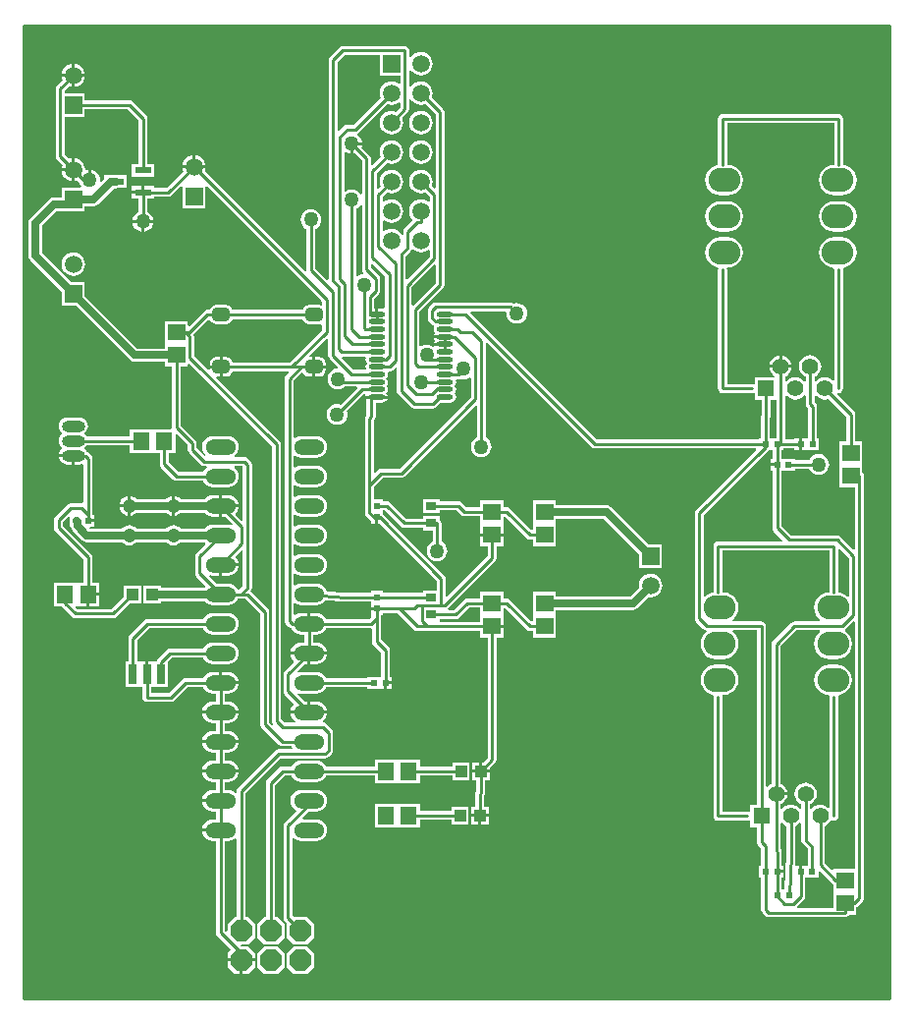
<source format=gtl>
G04*
G04 #@! TF.GenerationSoftware,Altium Limited,Altium Designer,19.0.10 (269)*
G04*
G04 Layer_Physical_Order=1*
G04 Layer_Color=255*
%FSLAX24Y24*%
%MOIN*%
G70*
G01*
G75*
%ADD12C,0.0100*%
%ADD20O,0.0551X0.0177*%
G04:AMPARAMS|DCode=21|XSize=57mil|YSize=45mil|CornerRadius=11.3mil|HoleSize=0mil|Usage=FLASHONLY|Rotation=180.000|XOffset=0mil|YOffset=0mil|HoleType=Round|Shape=RoundedRectangle|*
%AMROUNDEDRECTD21*
21,1,0.0570,0.0225,0,0,180.0*
21,1,0.0345,0.0450,0,0,180.0*
1,1,0.0225,-0.0173,0.0113*
1,1,0.0225,0.0173,0.0113*
1,1,0.0225,0.0173,-0.0113*
1,1,0.0225,-0.0173,-0.0113*
%
%ADD21ROUNDEDRECTD21*%
%ADD22R,0.0571X0.0236*%
%ADD23R,0.0280X0.0670*%
%ADD24R,0.0394X0.0394*%
%ADD25R,0.0354X0.0276*%
%ADD26R,0.0591X0.0551*%
%ADD27R,0.0197X0.0236*%
%ADD28R,0.0236X0.0197*%
%ADD29R,0.0551X0.0591*%
%ADD50C,0.0250*%
%ADD51C,0.0472*%
%ADD52R,0.0551X0.0551*%
%ADD53C,0.0551*%
%ADD54O,0.1079X0.0827*%
%ADD55R,0.0591X0.0591*%
%ADD56C,0.0591*%
%ADD57O,0.0787X0.0394*%
%ADD58O,0.0787X0.0394*%
%ADD59P,0.0801X8X202.5*%
%ADD60O,0.1040X0.0520*%
%ADD61C,0.0500*%
G36*
X32600Y4600D02*
X3200D01*
X3200Y37600D01*
X32600D01*
X32600Y4600D01*
D02*
G37*
%LPC*%
G36*
X4950Y36292D02*
Y35950D01*
X5292D01*
X5285Y36003D01*
X5245Y36099D01*
X5182Y36182D01*
X5099Y36245D01*
X5003Y36285D01*
X4950Y36292D01*
D02*
G37*
G36*
X4850D02*
X4797Y36285D01*
X4701Y36245D01*
X4618Y36182D01*
X4555Y36099D01*
X4515Y36003D01*
X4508Y35950D01*
X4850D01*
Y36292D01*
D02*
G37*
G36*
X16150Y36903D02*
X14060D01*
X14001Y36891D01*
X13952Y36858D01*
X13617Y36523D01*
X13584Y36473D01*
X13572Y36415D01*
Y28975D01*
X13522Y28954D01*
X13123Y29353D01*
Y30695D01*
X13147Y30704D01*
X13220Y30760D01*
X13276Y30833D01*
X13311Y30919D01*
X13323Y31010D01*
X13311Y31101D01*
X13276Y31187D01*
X13220Y31260D01*
X13147Y31316D01*
X13061Y31351D01*
X12970Y31363D01*
X12879Y31351D01*
X12793Y31316D01*
X12720Y31260D01*
X12664Y31187D01*
X12629Y31101D01*
X12617Y31010D01*
X12629Y30919D01*
X12664Y30833D01*
X12720Y30760D01*
X12793Y30704D01*
X12817Y30695D01*
Y29290D01*
X12822Y29265D01*
X12776Y29240D01*
X9366Y32650D01*
X9385Y32697D01*
X9392Y32750D01*
X9000D01*
X8608D01*
X8615Y32697D01*
X8634Y32650D01*
X8063Y32079D01*
X7648D01*
Y32144D01*
X7313D01*
Y31926D01*
X7263D01*
Y31876D01*
X6877D01*
Y31708D01*
X7110D01*
Y31263D01*
X7086Y31254D01*
X7013Y31197D01*
X6957Y31124D01*
X6922Y31039D01*
X6916Y30998D01*
X7609D01*
X7604Y31039D01*
X7568Y31124D01*
X7512Y31197D01*
X7439Y31254D01*
X7416Y31263D01*
Y31708D01*
X7648D01*
Y31773D01*
X8126D01*
X8185Y31785D01*
X8234Y31818D01*
X8559Y32142D01*
X8605Y32123D01*
Y31405D01*
X9395D01*
Y32123D01*
X9441Y32142D01*
X13357Y28227D01*
Y28136D01*
X13307Y28103D01*
X13247Y28115D01*
X12902D01*
X12819Y28098D01*
X12749Y28052D01*
X12702Y27981D01*
X12694Y27939D01*
X10302D01*
X10294Y27981D01*
X10247Y28052D01*
X10177Y28098D01*
X10094Y28115D01*
X9749D01*
X9666Y28098D01*
X9596Y28052D01*
X9549Y27981D01*
X9540Y27939D01*
X9452D01*
X9394Y27927D01*
X9344Y27894D01*
X8845Y27395D01*
X8795Y27416D01*
Y27569D01*
X8005D01*
Y26818D01*
X8005D01*
Y26782D01*
X8005D01*
Y26636D01*
X7089D01*
X5295Y28429D01*
Y28895D01*
X4829D01*
X3829Y29895D01*
Y30805D01*
X4325Y31300D01*
X4730D01*
X4752Y31305D01*
X5295D01*
Y31471D01*
X5584D01*
X5672Y31488D01*
X5746Y31538D01*
X6279Y32071D01*
X6337D01*
X6394Y32082D01*
X6723D01*
Y32518D01*
X6394D01*
X6337Y32529D01*
X6184D01*
X6127Y32518D01*
X5952D01*
Y32393D01*
X5856Y32296D01*
X5808Y32320D01*
X5811Y32342D01*
X5799Y32433D01*
X5764Y32518D01*
X5708Y32591D01*
X5635Y32648D01*
X5550Y32683D01*
X5508Y32688D01*
Y32342D01*
X5408D01*
Y32688D01*
X5367Y32683D01*
X5339Y32671D01*
X5298Y32708D01*
X5285Y32803D01*
X5245Y32899D01*
X5182Y32982D01*
X5099Y33045D01*
X5003Y33085D01*
X4950Y33092D01*
Y32700D01*
Y32308D01*
X5003Y32315D01*
X5050Y32334D01*
X5115Y32269D01*
X5117Y32250D01*
X5153Y32165D01*
X5172Y32140D01*
X5150Y32095D01*
X4505D01*
Y31759D01*
X4230D01*
X4142Y31742D01*
X4068Y31692D01*
X3438Y31062D01*
X3388Y30988D01*
X3371Y30900D01*
Y29800D01*
X3388Y29712D01*
X3438Y29638D01*
X4505Y28571D01*
Y28105D01*
X4971D01*
X6831Y26244D01*
X6906Y26194D01*
X6994Y26177D01*
X8005D01*
Y26031D01*
X8247D01*
Y23970D01*
X8252Y23945D01*
X8214Y23895D01*
X7612D01*
Y23895D01*
X7576D01*
Y23895D01*
X6824D01*
Y23653D01*
X5354D01*
X5309Y23712D01*
X5291Y23725D01*
Y23775D01*
X5309Y23788D01*
X5356Y23850D01*
X5386Y23923D01*
X5396Y24000D01*
X5386Y24077D01*
X5356Y24150D01*
X5309Y24212D01*
X5247Y24259D01*
X5174Y24289D01*
X5097Y24299D01*
X4703D01*
X4626Y24289D01*
X4553Y24259D01*
X4491Y24212D01*
X4444Y24150D01*
X4414Y24077D01*
X4404Y24000D01*
X4414Y23923D01*
X4444Y23850D01*
X4491Y23788D01*
X4509Y23775D01*
Y23725D01*
X4491Y23712D01*
X4444Y23650D01*
X4414Y23577D01*
X4404Y23500D01*
X4414Y23423D01*
X4444Y23350D01*
X4491Y23288D01*
X4509Y23275D01*
Y23225D01*
X4491Y23212D01*
X4444Y23150D01*
X4414Y23077D01*
X4410Y23050D01*
X4900D01*
Y23000D01*
X4950D01*
Y22701D01*
X5097D01*
X5174Y22711D01*
X5202Y22722D01*
X5244Y22695D01*
Y21414D01*
X5194Y21378D01*
X5167Y21383D01*
X4800D01*
X4741Y21371D01*
X4692Y21338D01*
X4292Y20938D01*
X4259Y20889D01*
X4247Y20830D01*
Y20550D01*
X4259Y20491D01*
X4292Y20442D01*
X5247Y19487D01*
Y18695D01*
X5038D01*
X5024Y18695D01*
X4988D01*
X4974Y18695D01*
X4237D01*
Y17905D01*
X4496D01*
X4504Y17892D01*
X4864Y17532D01*
X4914Y17499D01*
X4973Y17487D01*
X6240D01*
X6299Y17499D01*
X6348Y17532D01*
X6819Y18003D01*
X7197D01*
Y18597D01*
X6603D01*
Y18219D01*
X6177Y17793D01*
X5036D01*
X4969Y17859D01*
X4988Y17905D01*
X5024D01*
X5038Y17905D01*
X5350D01*
Y18300D01*
X5400D01*
Y18350D01*
X5776D01*
Y18695D01*
X5553D01*
Y19550D01*
X5541Y19609D01*
X5508Y19658D01*
X4553Y20613D01*
Y20767D01*
X4735Y20949D01*
X4785Y20928D01*
Y20857D01*
X4774Y20800D01*
X4785Y20743D01*
Y20602D01*
X4826D01*
X4833Y20565D01*
X4842Y20521D01*
X4842Y20521D01*
X4842Y20521D01*
X4871Y20477D01*
X4892Y20446D01*
X5200Y20138D01*
X5200Y20138D01*
X5200Y20138D01*
X5246Y20107D01*
X5274Y20088D01*
X5274D01*
X5274Y20088D01*
X5324Y20078D01*
X5362Y20071D01*
X5362Y20071D01*
X5362Y20071D01*
X6552D01*
X6560Y20060D01*
X6630Y20006D01*
X6712Y19972D01*
X6800Y19961D01*
X6888Y19972D01*
X6970Y20006D01*
X7040Y20060D01*
X7048Y20071D01*
X8052D01*
X8060Y20060D01*
X8130Y20006D01*
X8212Y19972D01*
X8300Y19961D01*
X8388Y19972D01*
X8470Y20006D01*
X8540Y20060D01*
X8548Y20071D01*
X9362D01*
X9383Y20043D01*
X9386Y20002D01*
X9082Y19698D01*
X9049Y19649D01*
X9037Y19590D01*
Y19010D01*
X9049Y18951D01*
X9082Y18902D01*
X9386Y18598D01*
X9383Y18557D01*
X9362Y18529D01*
X7866D01*
Y18597D01*
X7272D01*
Y18003D01*
X7866D01*
Y18071D01*
X9362D01*
X9383Y18043D01*
X9458Y17986D01*
X9546Y17949D01*
X9640Y17937D01*
X10160D01*
X10254Y17949D01*
X10342Y17986D01*
X10417Y18043D01*
X10474Y18118D01*
X10486Y18147D01*
X10737D01*
X11247Y17637D01*
Y13900D01*
X11259Y13841D01*
X11292Y13792D01*
X11892Y13192D01*
X11941Y13159D01*
X12000Y13147D01*
X12314D01*
X12326Y13118D01*
X12345Y13093D01*
X12320Y13043D01*
X11870D01*
X11811Y13031D01*
X11762Y12998D01*
X10492Y11728D01*
X10459Y11679D01*
X10447Y11620D01*
Y11597D01*
X10397Y11572D01*
X10342Y11614D01*
X10254Y11651D01*
X10160Y11663D01*
X10053D01*
Y11937D01*
X10160D01*
X10254Y11949D01*
X10342Y11986D01*
X10417Y12043D01*
X10474Y12118D01*
X10511Y12206D01*
X10517Y12250D01*
X9283D01*
X9289Y12206D01*
X9326Y12118D01*
X9383Y12043D01*
X9458Y11986D01*
X9546Y11949D01*
X9640Y11937D01*
X9747D01*
Y11663D01*
X9640D01*
X9546Y11651D01*
X9458Y11614D01*
X9383Y11557D01*
X9326Y11482D01*
X9289Y11394D01*
X9283Y11350D01*
X9900D01*
Y11250D01*
X9283D01*
X9289Y11206D01*
X9326Y11118D01*
X9383Y11043D01*
X9458Y10986D01*
X9546Y10949D01*
X9640Y10937D01*
X9747D01*
Y10663D01*
X9640D01*
X9546Y10651D01*
X9458Y10614D01*
X9383Y10557D01*
X9326Y10482D01*
X9289Y10394D01*
X9283Y10350D01*
X9900D01*
Y10250D01*
X9283D01*
X9289Y10206D01*
X9326Y10118D01*
X9383Y10043D01*
X9458Y9986D01*
X9546Y9949D01*
X9640Y9937D01*
X9747D01*
Y6820D01*
X9759Y6761D01*
X9792Y6712D01*
X10249Y6254D01*
X10130Y6135D01*
Y5950D01*
X10600D01*
X11070D01*
Y6135D01*
X10835Y6370D01*
X10601D01*
X10594Y6380D01*
X10621Y6430D01*
X10835D01*
X11070Y6665D01*
Y7135D01*
X10835Y7370D01*
X10753D01*
Y11557D01*
X11933Y12737D01*
X13460D01*
X13519Y12749D01*
X13568Y12782D01*
X13678Y12892D01*
X13711Y12941D01*
X13723Y13000D01*
Y13600D01*
X13711Y13659D01*
X13678Y13708D01*
X13478Y13908D01*
X13429Y13941D01*
X13379Y13951D01*
X13367Y13976D01*
X13364Y14003D01*
X13417Y14043D01*
X13474Y14118D01*
X13511Y14206D01*
X13517Y14250D01*
X12283D01*
X12289Y14206D01*
X12326Y14118D01*
X12383Y14043D01*
X12436Y14003D01*
X12419Y13953D01*
X12063D01*
X11953Y14063D01*
Y23380D01*
X11941Y23439D01*
X11908Y23488D01*
X9757Y25639D01*
X9778Y25689D01*
X9871D01*
Y25968D01*
X9532D01*
Y25935D01*
X9482Y25914D01*
X9003Y26393D01*
Y27044D01*
X8991Y27102D01*
X8989Y27106D01*
X9494Y27611D01*
X9548Y27594D01*
X9549Y27590D01*
X9596Y27520D01*
X9666Y27473D01*
X9749Y27457D01*
X10094D01*
X10177Y27473D01*
X10247Y27520D01*
X10294Y27590D01*
X10302Y27633D01*
X12694D01*
X12702Y27590D01*
X12749Y27520D01*
X12819Y27473D01*
X12902Y27457D01*
X13247D01*
X13307Y27469D01*
X13357Y27436D01*
Y27263D01*
X12265Y26171D01*
X10302D01*
X10294Y26214D01*
X10247Y26284D01*
X10177Y26331D01*
X10094Y26347D01*
X9971D01*
Y26018D01*
Y25689D01*
X10094D01*
X10177Y25705D01*
X10247Y25752D01*
X10294Y25823D01*
X10302Y25865D01*
X12214D01*
X12233Y25819D01*
X12122Y25708D01*
X12089Y25659D01*
X12077Y25600D01*
Y17400D01*
X12089Y17341D01*
X12122Y17292D01*
X12222Y17192D01*
X12271Y17159D01*
X12312Y17151D01*
X12326Y17118D01*
X12383Y17043D01*
X12458Y16986D01*
X12546Y16949D01*
X12640Y16937D01*
X12747D01*
Y16663D01*
X12640D01*
X12546Y16651D01*
X12458Y16614D01*
X12383Y16557D01*
X12326Y16482D01*
X12289Y16394D01*
X12283Y16350D01*
X13517D01*
X13511Y16394D01*
X13474Y16482D01*
X13417Y16557D01*
X13342Y16614D01*
X13254Y16651D01*
X13160Y16663D01*
X13053D01*
Y16937D01*
X13160D01*
X13254Y16949D01*
X13342Y16986D01*
X13417Y17043D01*
X13474Y17118D01*
X13486Y17147D01*
X15000D01*
X15008Y17149D01*
X15047Y17117D01*
Y16697D01*
X15059Y16638D01*
X15092Y16589D01*
X15344Y16337D01*
Y15498D01*
X14885D01*
Y15453D01*
X13486D01*
X13474Y15482D01*
X13417Y15557D01*
X13342Y15614D01*
X13254Y15651D01*
X13160Y15663D01*
X12640D01*
X12546Y15651D01*
X12532Y15645D01*
X12504Y15687D01*
X12753Y15937D01*
X12850D01*
Y16250D01*
X12283D01*
X12289Y16206D01*
X12326Y16118D01*
X12383Y16043D01*
X12386Y16002D01*
X12082Y15698D01*
X12049Y15649D01*
X12037Y15590D01*
Y15010D01*
X12049Y14951D01*
X12082Y14902D01*
X12386Y14598D01*
X12383Y14557D01*
X12326Y14482D01*
X12289Y14394D01*
X12283Y14350D01*
X12850D01*
Y14663D01*
X12753D01*
X12504Y14913D01*
X12532Y14955D01*
X12546Y14949D01*
X12640Y14937D01*
X13160D01*
X13254Y14949D01*
X13342Y14986D01*
X13417Y15043D01*
X13474Y15118D01*
X13486Y15147D01*
X14885D01*
Y15102D01*
X15447D01*
Y15300D01*
X15497D01*
Y15350D01*
X15715D01*
Y15498D01*
X15650D01*
Y16400D01*
X15638Y16459D01*
X15605Y16508D01*
X15353Y16760D01*
Y17500D01*
Y17588D01*
X15398D01*
Y17653D01*
X15907D01*
X16456Y17104D01*
X16505Y17071D01*
X16564Y17060D01*
X18723D01*
Y16837D01*
X18965D01*
Y12747D01*
X18815Y12597D01*
X18785D01*
Y12350D01*
X19032D01*
Y12381D01*
X19226Y12575D01*
X19259Y12625D01*
X19271Y12683D01*
Y16837D01*
X19513D01*
Y17163D01*
X19118D01*
Y17263D01*
X19513D01*
Y17588D01*
X19513D01*
Y17624D01*
X19513D01*
Y17810D01*
X19563Y17830D01*
X20289Y17104D01*
X20339Y17071D01*
X20397Y17060D01*
X20505D01*
Y16837D01*
X21295D01*
Y17574D01*
X21295Y17588D01*
Y17624D01*
X21295Y17638D01*
Y17771D01*
X23900D01*
X23988Y17788D01*
X24062Y17838D01*
X24434Y18210D01*
X24500Y18201D01*
X24603Y18215D01*
X24699Y18255D01*
X24782Y18318D01*
X24845Y18401D01*
X24885Y18497D01*
X24899Y18600D01*
X24885Y18703D01*
X24845Y18799D01*
X24782Y18882D01*
X24699Y18945D01*
X24603Y18985D01*
X24500Y18999D01*
X24397Y18985D01*
X24301Y18945D01*
X24218Y18882D01*
X24155Y18799D01*
X24115Y18703D01*
X24101Y18600D01*
X24110Y18534D01*
X23805Y18229D01*
X21295D01*
Y18376D01*
X20505D01*
Y17638D01*
X20505Y17624D01*
Y17588D01*
X20505Y17574D01*
Y17380D01*
X20455Y17372D01*
X19718Y18108D01*
X19669Y18141D01*
X19610Y18153D01*
X19513D01*
Y18376D01*
X18723D01*
Y18153D01*
X18281D01*
X18222Y18141D01*
X18172Y18108D01*
X17827Y17762D01*
X17637D01*
X17631Y17771D01*
X17619Y17812D01*
X19226Y19420D01*
X19259Y19470D01*
X19271Y19528D01*
Y19937D01*
X19513D01*
Y20263D01*
X19118D01*
X18723D01*
Y19937D01*
X18965D01*
Y19591D01*
X17589Y18215D01*
X17543Y18235D01*
Y18830D01*
X17531Y18889D01*
X17498Y18938D01*
X15422Y21014D01*
X15398Y21030D01*
Y21147D01*
X15476D01*
X16022Y20601D01*
X16071Y20568D01*
X16130Y20556D01*
X16783D01*
Y20472D01*
X17097D01*
Y20085D01*
X17073Y20076D01*
X17000Y20020D01*
X16944Y19947D01*
X16909Y19861D01*
X16897Y19770D01*
X16909Y19679D01*
X16944Y19593D01*
X17000Y19520D01*
X17073Y19464D01*
X17159Y19429D01*
X17250Y19417D01*
X17341Y19429D01*
X17427Y19464D01*
X17500Y19520D01*
X17556Y19593D01*
X17591Y19679D01*
X17603Y19770D01*
X17591Y19861D01*
X17556Y19947D01*
X17500Y20020D01*
X17427Y20076D01*
X17403Y20085D01*
Y20709D01*
X17391Y20768D01*
X17358Y20818D01*
X17338Y20831D01*
Y20947D01*
X16783D01*
Y20862D01*
X16193D01*
X15648Y21408D01*
X15598Y21441D01*
X15539Y21453D01*
X15398D01*
Y21518D01*
X15103D01*
Y21937D01*
X15413Y22247D01*
X16030D01*
X16089Y22259D01*
X16138Y22292D01*
X18551Y24705D01*
X18597Y24685D01*
Y23615D01*
X18573Y23606D01*
X18500Y23550D01*
X18444Y23477D01*
X18409Y23391D01*
X18397Y23300D01*
X18409Y23209D01*
X18444Y23123D01*
X18500Y23050D01*
X18573Y22994D01*
X18659Y22959D01*
X18750Y22947D01*
X18841Y22959D01*
X18927Y22994D01*
X19000Y23050D01*
X19056Y23123D01*
X19091Y23209D01*
X19103Y23300D01*
X19091Y23391D01*
X19056Y23477D01*
X19000Y23550D01*
X18927Y23606D01*
X18903Y23615D01*
Y26830D01*
X18953Y26851D01*
X22512Y23292D01*
X22561Y23259D01*
X22620Y23247D01*
X28075D01*
X28095Y23201D01*
X26042Y21148D01*
X26009Y21099D01*
X25997Y21040D01*
Y17480D01*
X26009Y17421D01*
X26042Y17372D01*
X26292Y17122D01*
X26341Y17089D01*
X26388Y17079D01*
X26401Y17048D01*
X26402Y17027D01*
X26350Y16987D01*
X26267Y16879D01*
X26216Y16754D01*
X26198Y16620D01*
X26216Y16486D01*
X26267Y16362D01*
X26350Y16254D01*
X26457Y16172D01*
X26582Y16120D01*
X26716Y16103D01*
X26968D01*
X27102Y16120D01*
X27227Y16172D01*
X27334Y16254D01*
X27416Y16362D01*
X27468Y16486D01*
X27486Y16620D01*
X27468Y16754D01*
X27416Y16879D01*
X27334Y16987D01*
X27281Y17027D01*
X27298Y17077D01*
X28110D01*
Y11154D01*
X27887D01*
Y10941D01*
X27837Y10914D01*
X27829Y10919D01*
X27771Y10931D01*
X26940D01*
Y14813D01*
X26936Y14832D01*
X26962Y14873D01*
X26976Y14883D01*
X27102Y14900D01*
X27227Y14952D01*
X27334Y15034D01*
X27416Y15141D01*
X27468Y15266D01*
X27486Y15400D01*
X27468Y15534D01*
X27416Y15659D01*
X27334Y15766D01*
X27227Y15848D01*
X27102Y15900D01*
X26968Y15918D01*
X26716D01*
X26582Y15900D01*
X26457Y15848D01*
X26350Y15766D01*
X26267Y15659D01*
X26216Y15534D01*
X26198Y15400D01*
X26216Y15266D01*
X26267Y15141D01*
X26350Y15034D01*
X26457Y14952D01*
X26582Y14900D01*
X26606Y14897D01*
X26639Y14842D01*
X26634Y14813D01*
Y10778D01*
X26645Y10719D01*
X26678Y10670D01*
X26728Y10637D01*
X26787Y10625D01*
X27771D01*
X27829Y10637D01*
X27837Y10642D01*
X27887Y10615D01*
Y10402D01*
X28110D01*
Y9903D01*
X28122Y9845D01*
X28155Y9795D01*
X28253Y9697D01*
Y9098D01*
X28188D01*
Y8702D01*
X28253D01*
Y7600D01*
X28265Y7541D01*
X28298Y7492D01*
X28398Y7392D01*
X28448Y7359D01*
X28506Y7347D01*
X31100D01*
X31159Y7359D01*
X31208Y7392D01*
X31238Y7437D01*
X31495D01*
Y7694D01*
X31511Y7704D01*
X31698Y7892D01*
X31731Y7941D01*
X31743Y8000D01*
Y22313D01*
X31731Y22371D01*
X31698Y22421D01*
X31695Y22423D01*
Y22688D01*
X31695D01*
Y22724D01*
X31695D01*
Y23476D01*
X31453D01*
Y24399D01*
X31441Y24458D01*
X31408Y24507D01*
X30831Y25084D01*
X30856Y25130D01*
X30882Y25125D01*
X30940Y25137D01*
X30990Y25170D01*
X31023Y25219D01*
X31035Y25278D01*
Y29313D01*
X31030Y29338D01*
X31065Y29393D01*
X31118Y29400D01*
X31243Y29452D01*
X31350Y29534D01*
X31433Y29641D01*
X31484Y29766D01*
X31502Y29900D01*
X31484Y30034D01*
X31433Y30159D01*
X31350Y30266D01*
X31243Y30348D01*
X31118Y30400D01*
X30984Y30418D01*
X30732D01*
X30598Y30400D01*
X30473Y30348D01*
X30366Y30266D01*
X30284Y30159D01*
X30232Y30034D01*
X30214Y29900D01*
X30232Y29766D01*
X30284Y29641D01*
X30366Y29534D01*
X30473Y29452D01*
X30598Y29400D01*
X30695Y29387D01*
X30733Y29335D01*
X30733Y29332D01*
X30729Y29313D01*
Y25569D01*
X30679Y25554D01*
X30611Y25606D01*
X30519Y25644D01*
X30421Y25657D01*
X30323Y25644D01*
X30232Y25606D01*
X30153Y25546D01*
X30124Y25508D01*
X30074Y25525D01*
Y25685D01*
X30111Y25700D01*
X30189Y25760D01*
X30249Y25839D01*
X30287Y25930D01*
X30300Y26028D01*
X30287Y26126D01*
X30249Y26217D01*
X30189Y26296D01*
X30111Y26356D01*
X30019Y26394D01*
X29921Y26407D01*
X29823Y26394D01*
X29732Y26356D01*
X29653Y26296D01*
X29593Y26217D01*
X29555Y26126D01*
X29542Y26028D01*
X29555Y25930D01*
X29593Y25839D01*
X29653Y25760D01*
X29732Y25700D01*
X29768Y25685D01*
Y25525D01*
X29718Y25508D01*
X29689Y25546D01*
X29611Y25606D01*
X29519Y25644D01*
X29421Y25657D01*
X29323Y25644D01*
X29232Y25606D01*
X29153Y25546D01*
X29124Y25508D01*
X29074Y25525D01*
Y25685D01*
X29111Y25700D01*
X29189Y25760D01*
X29249Y25839D01*
X29287Y25930D01*
X29294Y25978D01*
X28921D01*
X28549D01*
X28555Y25930D01*
X28593Y25839D01*
X28653Y25760D01*
X28727Y25704D01*
X28727Y25687D01*
X28713Y25654D01*
X28046D01*
Y25441D01*
X27996Y25414D01*
X27988Y25419D01*
X27929Y25431D01*
X27098D01*
Y29313D01*
X27094Y29332D01*
X27120Y29373D01*
X27134Y29383D01*
X27260Y29400D01*
X27385Y29452D01*
X27492Y29534D01*
X27574Y29641D01*
X27626Y29766D01*
X27644Y29900D01*
X27626Y30034D01*
X27574Y30159D01*
X27492Y30266D01*
X27385Y30348D01*
X27260Y30400D01*
X27126Y30418D01*
X26874D01*
X26740Y30400D01*
X26615Y30348D01*
X26508Y30266D01*
X26426Y30159D01*
X26374Y30034D01*
X26356Y29900D01*
X26374Y29766D01*
X26426Y29641D01*
X26508Y29534D01*
X26615Y29452D01*
X26740Y29400D01*
X26765Y29397D01*
X26798Y29342D01*
X26792Y29313D01*
Y25278D01*
X26804Y25219D01*
X26837Y25170D01*
X26886Y25137D01*
X26945Y25125D01*
X27929D01*
X27988Y25137D01*
X27996Y25142D01*
X28046Y25115D01*
Y24902D01*
X28268D01*
Y24393D01*
X28265Y24389D01*
X28253Y24330D01*
Y23598D01*
X28188D01*
Y23553D01*
X22683D01*
X18395Y27841D01*
X18415Y27887D01*
X19577D01*
X19610Y27849D01*
X19607Y27830D01*
X19619Y27739D01*
X19654Y27653D01*
X19710Y27580D01*
X19783Y27524D01*
X19869Y27489D01*
X19960Y27477D01*
X20051Y27489D01*
X20137Y27524D01*
X20210Y27580D01*
X20266Y27653D01*
X20301Y27739D01*
X20313Y27830D01*
X20301Y27921D01*
X20266Y28007D01*
X20210Y28080D01*
X20137Y28136D01*
X20051Y28171D01*
X19960Y28183D01*
X19869Y28171D01*
X19841Y28160D01*
X19809Y28181D01*
X19750Y28193D01*
X17200D01*
X17141Y28181D01*
X17092Y28148D01*
X16982Y28038D01*
X16949Y27989D01*
X16937Y27930D01*
Y27654D01*
X16949Y27596D01*
X16982Y27546D01*
X17092Y27436D01*
X17130Y27410D01*
X17150Y27376D01*
X17157Y27355D01*
X17144Y27288D01*
X17158Y27215D01*
X17195Y27160D01*
X17158Y27106D01*
X17154Y27082D01*
X17523D01*
Y26982D01*
X17154D01*
X17158Y26959D01*
X17195Y26904D01*
X17158Y26850D01*
X17154Y26826D01*
X17523D01*
Y26726D01*
X17154D01*
X17155Y26718D01*
X17112Y26688D01*
X17077Y26716D01*
X16991Y26751D01*
X16900Y26763D01*
X16809Y26751D01*
X16723Y26716D01*
X16698Y26696D01*
X16653Y26718D01*
Y27877D01*
X17458Y28682D01*
X17491Y28731D01*
X17503Y28790D01*
Y34650D01*
X17491Y34709D01*
X17458Y34758D01*
X17066Y35150D01*
X17085Y35197D01*
X17099Y35300D01*
X17085Y35403D01*
X17045Y35499D01*
X16982Y35582D01*
X16899Y35645D01*
X16803Y35685D01*
X16700Y35699D01*
X16597Y35685D01*
X16501Y35645D01*
X16418Y35582D01*
X16355Y35499D01*
X16353Y35495D01*
X16303Y35505D01*
Y36095D01*
X16353Y36105D01*
X16355Y36101D01*
X16418Y36018D01*
X16501Y35955D01*
X16597Y35915D01*
X16700Y35901D01*
X16803Y35915D01*
X16899Y35955D01*
X16982Y36018D01*
X17045Y36101D01*
X17085Y36197D01*
X17099Y36300D01*
X17085Y36403D01*
X17045Y36499D01*
X16982Y36582D01*
X16899Y36645D01*
X16803Y36685D01*
X16700Y36699D01*
X16597Y36685D01*
X16501Y36645D01*
X16418Y36582D01*
X16355Y36499D01*
X16353Y36495D01*
X16303Y36505D01*
Y36750D01*
X16291Y36809D01*
X16258Y36858D01*
X16209Y36891D01*
X16150Y36903D01*
D02*
G37*
G36*
X5292Y35850D02*
X4950D01*
Y35508D01*
X5003Y35515D01*
X5099Y35555D01*
X5182Y35618D01*
X5245Y35701D01*
X5285Y35797D01*
X5292Y35850D01*
D02*
G37*
G36*
X4850D02*
X4508D01*
X4515Y35797D01*
X4534Y35750D01*
X4342Y35558D01*
X4309Y35509D01*
X4297Y35450D01*
Y33150D01*
X4309Y33091D01*
X4342Y33042D01*
X4534Y32850D01*
X4515Y32803D01*
X4508Y32750D01*
X4850D01*
Y33092D01*
X4797Y33085D01*
X4750Y33066D01*
X4603Y33213D01*
Y34505D01*
X5295D01*
Y34747D01*
X6737D01*
X7110Y34374D01*
Y32892D01*
X6877D01*
Y32456D01*
X7648D01*
Y32892D01*
X7416D01*
Y34437D01*
X7404Y34496D01*
X7371Y34546D01*
X6908Y35008D01*
X6859Y35041D01*
X6800Y35053D01*
X5295D01*
Y35295D01*
X4603D01*
Y35387D01*
X4750Y35534D01*
X4797Y35515D01*
X4850Y35508D01*
Y35850D01*
D02*
G37*
G36*
X9050Y33192D02*
Y32850D01*
X9392D01*
X9385Y32903D01*
X9345Y32999D01*
X9282Y33082D01*
X9199Y33145D01*
X9103Y33185D01*
X9050Y33192D01*
D02*
G37*
G36*
X8950D02*
X8897Y33185D01*
X8801Y33145D01*
X8718Y33082D01*
X8655Y32999D01*
X8615Y32903D01*
X8608Y32850D01*
X8950D01*
Y33192D01*
D02*
G37*
G36*
X4850Y32650D02*
X4508D01*
X4515Y32597D01*
X4555Y32501D01*
X4618Y32418D01*
X4701Y32355D01*
X4797Y32315D01*
X4850Y32308D01*
Y32650D01*
D02*
G37*
G36*
X7213Y32144D02*
X6877D01*
Y31976D01*
X7213D01*
Y32144D01*
D02*
G37*
G36*
X30882Y34584D02*
X26945D01*
X26886Y34573D01*
X26837Y34540D01*
X26804Y34490D01*
X26792Y34432D01*
Y32857D01*
X26785Y32847D01*
X26740Y32841D01*
X26615Y32789D01*
X26508Y32707D01*
X26426Y32600D01*
X26374Y32475D01*
X26356Y32341D01*
X26374Y32207D01*
X26426Y32082D01*
X26508Y31975D01*
X26615Y31892D01*
X26740Y31841D01*
X26874Y31823D01*
X27126D01*
X27260Y31841D01*
X27385Y31892D01*
X27492Y31975D01*
X27574Y32082D01*
X27626Y32207D01*
X27644Y32341D01*
X27626Y32475D01*
X27574Y32600D01*
X27492Y32707D01*
X27385Y32789D01*
X27260Y32841D01*
X27126Y32859D01*
X27098D01*
Y34279D01*
X30729D01*
Y32858D01*
X30598Y32841D01*
X30473Y32789D01*
X30366Y32707D01*
X30284Y32600D01*
X30232Y32475D01*
X30214Y32341D01*
X30232Y32207D01*
X30284Y32082D01*
X30366Y31975D01*
X30473Y31892D01*
X30598Y31841D01*
X30732Y31823D01*
X30984D01*
X31118Y31841D01*
X31243Y31892D01*
X31350Y31975D01*
X31433Y32082D01*
X31484Y32207D01*
X31502Y32341D01*
X31484Y32475D01*
X31433Y32600D01*
X31350Y32707D01*
X31243Y32789D01*
X31118Y32841D01*
X31038Y32852D01*
X31035Y32857D01*
Y34432D01*
X31023Y34490D01*
X30990Y34540D01*
X30940Y34573D01*
X30882Y34584D01*
D02*
G37*
G36*
X30984Y31638D02*
X30732D01*
X30598Y31621D01*
X30473Y31569D01*
X30366Y31487D01*
X30284Y31379D01*
X30232Y31254D01*
X30214Y31120D01*
X30232Y30986D01*
X30284Y30862D01*
X30366Y30754D01*
X30473Y30672D01*
X30598Y30620D01*
X30732Y30603D01*
X30984D01*
X31118Y30620D01*
X31243Y30672D01*
X31350Y30754D01*
X31433Y30862D01*
X31484Y30986D01*
X31502Y31120D01*
X31484Y31254D01*
X31433Y31379D01*
X31350Y31487D01*
X31243Y31569D01*
X31118Y31621D01*
X30984Y31638D01*
D02*
G37*
G36*
X27126D02*
X26874D01*
X26740Y31621D01*
X26615Y31569D01*
X26508Y31487D01*
X26426Y31379D01*
X26374Y31254D01*
X26356Y31120D01*
X26374Y30986D01*
X26426Y30862D01*
X26508Y30754D01*
X26615Y30672D01*
X26740Y30620D01*
X26874Y30603D01*
X27126D01*
X27260Y30620D01*
X27385Y30672D01*
X27492Y30754D01*
X27574Y30862D01*
X27626Y30986D01*
X27644Y31120D01*
X27626Y31254D01*
X27574Y31379D01*
X27492Y31487D01*
X27385Y31569D01*
X27260Y31621D01*
X27126Y31638D01*
D02*
G37*
G36*
X7609Y30898D02*
X7313D01*
Y30601D01*
X7354Y30607D01*
X7439Y30642D01*
X7512Y30698D01*
X7568Y30771D01*
X7604Y30856D01*
X7609Y30898D01*
D02*
G37*
G36*
X7213D02*
X6916D01*
X6922Y30856D01*
X6957Y30771D01*
X7013Y30698D01*
X7086Y30642D01*
X7171Y30607D01*
X7213Y30601D01*
Y30898D01*
D02*
G37*
G36*
X4900Y29899D02*
X4797Y29885D01*
X4701Y29845D01*
X4618Y29782D01*
X4555Y29699D01*
X4515Y29603D01*
X4501Y29500D01*
X4515Y29397D01*
X4555Y29301D01*
X4618Y29218D01*
X4701Y29155D01*
X4797Y29115D01*
X4900Y29101D01*
X5003Y29115D01*
X5099Y29155D01*
X5182Y29218D01*
X5245Y29301D01*
X5285Y29397D01*
X5299Y29500D01*
X5285Y29603D01*
X5245Y29699D01*
X5182Y29782D01*
X5099Y29845D01*
X5003Y29885D01*
X4900Y29899D01*
D02*
G37*
G36*
X28971Y26400D02*
Y26078D01*
X29294D01*
X29287Y26126D01*
X29249Y26217D01*
X29189Y26296D01*
X29111Y26356D01*
X29019Y26394D01*
X28971Y26400D01*
D02*
G37*
G36*
X28871D02*
X28823Y26394D01*
X28732Y26356D01*
X28653Y26296D01*
X28593Y26217D01*
X28555Y26126D01*
X28549Y26078D01*
X28871D01*
Y26400D01*
D02*
G37*
G36*
X9871Y26347D02*
X9749D01*
X9666Y26331D01*
X9596Y26284D01*
X9549Y26214D01*
X9532Y26131D01*
Y26068D01*
X9871D01*
Y26347D01*
D02*
G37*
G36*
X4850Y22950D02*
X4410D01*
X4414Y22923D01*
X4444Y22850D01*
X4491Y22788D01*
X4553Y22741D01*
X4626Y22711D01*
X4703Y22701D01*
X4850D01*
Y22950D01*
D02*
G37*
G36*
X17338Y21538D02*
X16783D01*
Y21062D01*
X17338D01*
Y21147D01*
X17917D01*
X18072Y20992D01*
X18121Y20959D01*
X18180Y20947D01*
X18723D01*
Y20738D01*
X18723Y20724D01*
Y20688D01*
X18723Y20674D01*
Y20363D01*
X19118D01*
X19513D01*
Y20674D01*
X19513Y20688D01*
Y20724D01*
X19513Y20738D01*
Y20910D01*
X19563Y20930D01*
X20289Y20204D01*
X20339Y20171D01*
X20397Y20160D01*
X20505D01*
Y19937D01*
X21295D01*
Y20674D01*
X21295Y20688D01*
Y20724D01*
X21295Y20738D01*
Y20871D01*
X22905D01*
X24105Y19671D01*
Y19205D01*
X24895D01*
Y19995D01*
X24429D01*
X23162Y21262D01*
X23088Y21312D01*
X23000Y21329D01*
X21295D01*
Y21476D01*
X20505D01*
Y20738D01*
X20505Y20724D01*
Y20688D01*
X20505Y20674D01*
Y20480D01*
X20455Y20472D01*
X19718Y21208D01*
X19669Y21241D01*
X19610Y21253D01*
X19513D01*
Y21476D01*
X18723D01*
Y21253D01*
X18243D01*
X18088Y21408D01*
X18039Y21441D01*
X17980Y21453D01*
X17338D01*
Y21538D01*
D02*
G37*
G36*
X5776Y18250D02*
X5450D01*
Y17905D01*
X5776D01*
Y18250D01*
D02*
G37*
G36*
X10160Y17663D02*
X9640D01*
X9546Y17651D01*
X9458Y17614D01*
X9383Y17557D01*
X9326Y17482D01*
X9314Y17453D01*
X7427D01*
X7369Y17441D01*
X7319Y17408D01*
X6819Y16908D01*
X6786Y16859D01*
X6775Y16800D01*
Y16035D01*
X6687D01*
Y15165D01*
X7247D01*
Y14810D01*
X7259Y14752D01*
X7292Y14702D01*
X7302Y14692D01*
X7351Y14659D01*
X7410Y14647D01*
X8210D01*
X8269Y14659D01*
X8318Y14692D01*
X8773Y15147D01*
X9314D01*
X9326Y15118D01*
X9383Y15043D01*
X9458Y14986D01*
X9546Y14949D01*
X9640Y14937D01*
X9747D01*
Y14663D01*
X9640D01*
X9546Y14651D01*
X9458Y14614D01*
X9383Y14557D01*
X9326Y14482D01*
X9289Y14394D01*
X9283Y14350D01*
X10517D01*
X10511Y14394D01*
X10474Y14482D01*
X10417Y14557D01*
X10342Y14614D01*
X10254Y14651D01*
X10160Y14663D01*
X10053D01*
Y14937D01*
X10160D01*
X10254Y14949D01*
X10342Y14986D01*
X10417Y15043D01*
X10474Y15118D01*
X10511Y15206D01*
X10517Y15250D01*
X9900D01*
Y15300D01*
X9850D01*
Y15663D01*
X9640D01*
X9546Y15651D01*
X9458Y15614D01*
X9383Y15557D01*
X9326Y15482D01*
X9314Y15453D01*
X8710D01*
X8651Y15441D01*
X8602Y15408D01*
X8147Y14953D01*
X7553D01*
Y15165D01*
X8120D01*
Y16024D01*
X8243Y16147D01*
X9314D01*
X9326Y16118D01*
X9383Y16043D01*
X9458Y15986D01*
X9546Y15949D01*
X9640Y15937D01*
X10160D01*
X10254Y15949D01*
X10342Y15986D01*
X10417Y16043D01*
X10474Y16118D01*
X10511Y16206D01*
X10523Y16300D01*
X10511Y16394D01*
X10474Y16482D01*
X10417Y16557D01*
X10342Y16614D01*
X10254Y16651D01*
X10160Y16663D01*
X9640D01*
X9546Y16651D01*
X9458Y16614D01*
X9383Y16557D01*
X9326Y16482D01*
X9314Y16453D01*
X8180D01*
X8121Y16441D01*
X8072Y16408D01*
X7772Y16108D01*
X7739Y16059D01*
X7734Y16035D01*
X7450D01*
Y15600D01*
X7350D01*
Y16035D01*
X7080D01*
Y16737D01*
X7491Y17147D01*
X9314D01*
X9326Y17118D01*
X9383Y17043D01*
X9458Y16986D01*
X9546Y16949D01*
X9640Y16937D01*
X10160D01*
X10254Y16949D01*
X10342Y16986D01*
X10417Y17043D01*
X10474Y17118D01*
X10511Y17206D01*
X10523Y17300D01*
X10511Y17394D01*
X10474Y17482D01*
X10417Y17557D01*
X10342Y17614D01*
X10254Y17651D01*
X10160Y17663D01*
D02*
G37*
G36*
X13517Y16250D02*
X12950D01*
Y15937D01*
X13160D01*
X13254Y15949D01*
X13342Y15986D01*
X13417Y16043D01*
X13474Y16118D01*
X13511Y16206D01*
X13517Y16250D01*
D02*
G37*
G36*
X10160Y15663D02*
X9950D01*
Y15350D01*
X10517D01*
X10511Y15394D01*
X10474Y15482D01*
X10417Y15557D01*
X10342Y15614D01*
X10254Y15651D01*
X10160Y15663D01*
D02*
G37*
G36*
X15715Y15250D02*
X15547D01*
Y15102D01*
X15715D01*
Y15250D01*
D02*
G37*
G36*
X13160Y14663D02*
X12950D01*
Y14350D01*
X13517D01*
X13511Y14394D01*
X13474Y14482D01*
X13417Y14557D01*
X13342Y14614D01*
X13254Y14651D01*
X13160Y14663D01*
D02*
G37*
G36*
X10517Y14250D02*
X9283D01*
X9289Y14206D01*
X9326Y14118D01*
X9383Y14043D01*
X9458Y13986D01*
X9546Y13949D01*
X9640Y13937D01*
X9747D01*
Y13663D01*
X9640D01*
X9546Y13651D01*
X9458Y13614D01*
X9383Y13557D01*
X9326Y13482D01*
X9289Y13394D01*
X9283Y13350D01*
X10517D01*
X10511Y13394D01*
X10474Y13482D01*
X10417Y13557D01*
X10342Y13614D01*
X10254Y13651D01*
X10160Y13663D01*
X10053D01*
Y13937D01*
X10160D01*
X10254Y13949D01*
X10342Y13986D01*
X10417Y14043D01*
X10474Y14118D01*
X10511Y14206D01*
X10517Y14250D01*
D02*
G37*
G36*
X15918Y12695D02*
X15882D01*
X15868Y12695D01*
X15131D01*
Y12453D01*
X13486D01*
X13474Y12482D01*
X13417Y12557D01*
X13342Y12614D01*
X13254Y12651D01*
X13160Y12663D01*
X12640D01*
X12546Y12651D01*
X12458Y12614D01*
X12383Y12557D01*
X12326Y12482D01*
X12314Y12453D01*
X12000D01*
X11941Y12441D01*
X11892Y12408D01*
X11492Y12008D01*
X11459Y11959D01*
X11447Y11900D01*
Y7370D01*
X11365D01*
X11130Y7135D01*
Y6665D01*
X11365Y6430D01*
X11835D01*
X12070Y6665D01*
Y7135D01*
X11835Y7370D01*
X11753D01*
Y11837D01*
X12063Y12147D01*
X12314D01*
X12326Y12118D01*
X12383Y12043D01*
X12458Y11986D01*
X12546Y11949D01*
X12640Y11937D01*
X13160D01*
X13254Y11949D01*
X13342Y11986D01*
X13417Y12043D01*
X13474Y12118D01*
X13486Y12147D01*
X15131D01*
Y11905D01*
X15868D01*
X15882Y11905D01*
X15918D01*
X15932Y11905D01*
X16669D01*
Y12147D01*
X17769D01*
Y12003D01*
X18362D01*
Y12597D01*
X17769D01*
Y12453D01*
X16669D01*
Y12695D01*
X15932D01*
X15918Y12695D01*
D02*
G37*
G36*
X10517Y13250D02*
X9283D01*
X9289Y13206D01*
X9326Y13118D01*
X9383Y13043D01*
X9458Y12986D01*
X9546Y12949D01*
X9640Y12937D01*
X9747D01*
Y12663D01*
X9640D01*
X9546Y12651D01*
X9458Y12614D01*
X9383Y12557D01*
X9326Y12482D01*
X9289Y12394D01*
X9283Y12350D01*
X10517D01*
X10511Y12394D01*
X10474Y12482D01*
X10417Y12557D01*
X10342Y12614D01*
X10254Y12651D01*
X10160Y12663D01*
X10053D01*
Y12937D01*
X10160D01*
X10254Y12949D01*
X10342Y12986D01*
X10417Y13043D01*
X10474Y13118D01*
X10511Y13206D01*
X10517Y13250D01*
D02*
G37*
G36*
X18685Y12597D02*
X18438D01*
Y12350D01*
X18685D01*
Y12597D01*
D02*
G37*
G36*
X19032Y12250D02*
X18735D01*
X18438D01*
Y12003D01*
X18582D01*
Y11623D01*
X18559Y11589D01*
X18547Y11530D01*
Y11097D01*
X18403D01*
Y10850D01*
X18700D01*
X18997D01*
Y11097D01*
X18853D01*
Y11472D01*
X18876Y11506D01*
X18888Y11565D01*
Y12003D01*
X19032D01*
Y12250D01*
D02*
G37*
G36*
X18997Y10750D02*
X18750D01*
Y10503D01*
X18997D01*
Y10750D01*
D02*
G37*
G36*
X18650D02*
X18403D01*
Y10503D01*
X18650D01*
Y10750D01*
D02*
G37*
G36*
X15918Y11195D02*
X15882D01*
X15868Y11195D01*
X15131D01*
Y10405D01*
X15868D01*
X15882Y10405D01*
X15918D01*
X15932Y10405D01*
X16669D01*
Y10647D01*
X17734D01*
Y10503D01*
X18328D01*
Y11097D01*
X17734D01*
Y10953D01*
X16669D01*
Y11195D01*
X15932D01*
X15918Y11195D01*
D02*
G37*
G36*
X13160Y11663D02*
X12640D01*
X12546Y11651D01*
X12458Y11614D01*
X12383Y11557D01*
X12326Y11482D01*
X12289Y11394D01*
X12277Y11300D01*
X12289Y11206D01*
X12326Y11118D01*
X12383Y11043D01*
X12453Y10990D01*
X12463Y10969D01*
X12470Y10936D01*
X12082Y10548D01*
X12049Y10499D01*
X12037Y10440D01*
Y7310D01*
X12049Y7251D01*
X12082Y7202D01*
X12139Y7144D01*
X12130Y7135D01*
Y6665D01*
X12365Y6430D01*
X12835D01*
X13070Y6665D01*
Y7135D01*
X12835Y7370D01*
X12365D01*
X12343Y7411D01*
Y10021D01*
X12393Y10036D01*
X12458Y9986D01*
X12546Y9949D01*
X12640Y9937D01*
X13160D01*
X13254Y9949D01*
X13342Y9986D01*
X13417Y10043D01*
X13474Y10118D01*
X13511Y10206D01*
X13523Y10300D01*
X13511Y10394D01*
X13474Y10482D01*
X13417Y10557D01*
X13342Y10614D01*
X13254Y10651D01*
X13160Y10663D01*
X12700D01*
X12679Y10713D01*
X12903Y10937D01*
X13160D01*
X13254Y10949D01*
X13342Y10986D01*
X13417Y11043D01*
X13474Y11118D01*
X13511Y11206D01*
X13523Y11300D01*
X13511Y11394D01*
X13474Y11482D01*
X13417Y11557D01*
X13342Y11614D01*
X13254Y11651D01*
X13160Y11663D01*
D02*
G37*
G36*
X12835Y6370D02*
X12365D01*
X12130Y6135D01*
Y5665D01*
X12365Y5430D01*
X12835D01*
X13070Y5665D01*
Y6135D01*
X12835Y6370D01*
D02*
G37*
G36*
X11835D02*
X11365D01*
X11130Y6135D01*
Y5665D01*
X11365Y5430D01*
X11835D01*
X12070Y5665D01*
Y6135D01*
X11835Y6370D01*
D02*
G37*
G36*
X11070Y5850D02*
X10650D01*
Y5430D01*
X10835D01*
X11070Y5665D01*
Y5850D01*
D02*
G37*
G36*
X10550D02*
X10130D01*
Y5665D01*
X10365Y5430D01*
X10550D01*
Y5850D01*
D02*
G37*
%LPD*%
G36*
X15305Y35905D02*
X15997D01*
Y35633D01*
X15947Y35609D01*
X15899Y35645D01*
X15803Y35685D01*
X15700Y35699D01*
X15597Y35685D01*
X15501Y35645D01*
X15418Y35582D01*
X15355Y35499D01*
X15315Y35403D01*
X15301Y35300D01*
X15315Y35197D01*
X15334Y35150D01*
X14402Y34218D01*
X14200D01*
X14141Y34207D01*
X14092Y34174D01*
X13924Y34006D01*
X13878Y34025D01*
Y36352D01*
X14123Y36597D01*
X15305D01*
Y35905D01*
D02*
G37*
G36*
X16355Y35101D02*
X16418Y35018D01*
X16501Y34955D01*
X16597Y34915D01*
X16700Y34901D01*
X16803Y34915D01*
X16850Y34934D01*
X17197Y34587D01*
Y32085D01*
X17151Y32065D01*
X17066Y32150D01*
X17085Y32197D01*
X17099Y32300D01*
X17085Y32403D01*
X17045Y32499D01*
X16982Y32582D01*
X16899Y32645D01*
X16803Y32685D01*
X16700Y32699D01*
X16597Y32685D01*
X16501Y32645D01*
X16418Y32582D01*
X16355Y32499D01*
X16315Y32403D01*
X16301Y32300D01*
X16315Y32197D01*
X16355Y32101D01*
X16418Y32018D01*
X16501Y31955D01*
X16597Y31915D01*
X16700Y31901D01*
X16803Y31915D01*
X16850Y31934D01*
X16997Y31787D01*
Y31633D01*
X16947Y31609D01*
X16899Y31645D01*
X16803Y31685D01*
X16700Y31699D01*
X16597Y31685D01*
X16501Y31645D01*
X16418Y31582D01*
X16355Y31499D01*
X16315Y31403D01*
X16301Y31300D01*
X16315Y31197D01*
X16355Y31101D01*
X16418Y31018D01*
X16420Y30986D01*
X16142Y30708D01*
X16109Y30659D01*
X16097Y30600D01*
Y30505D01*
X16047Y30495D01*
X16045Y30499D01*
X15982Y30582D01*
X15899Y30645D01*
X15803Y30685D01*
X15700Y30699D01*
X15597Y30685D01*
X15501Y30645D01*
X15458Y30612D01*
X15408Y30637D01*
Y30963D01*
X15458Y30988D01*
X15501Y30955D01*
X15597Y30915D01*
X15700Y30901D01*
X15803Y30915D01*
X15899Y30955D01*
X15982Y31018D01*
X16045Y31101D01*
X16085Y31197D01*
X16099Y31300D01*
X16085Y31403D01*
X16045Y31499D01*
X15982Y31582D01*
X15899Y31645D01*
X15803Y31685D01*
X15700Y31699D01*
X15597Y31685D01*
X15501Y31645D01*
X15458Y31612D01*
X15408Y31637D01*
Y31791D01*
X15550Y31934D01*
X15597Y31915D01*
X15700Y31901D01*
X15803Y31915D01*
X15899Y31955D01*
X15982Y32018D01*
X16045Y32101D01*
X16085Y32197D01*
X16099Y32300D01*
X16085Y32403D01*
X16045Y32499D01*
X15982Y32582D01*
X15899Y32645D01*
X15803Y32685D01*
X15700Y32699D01*
X15597Y32685D01*
X15501Y32645D01*
X15418Y32582D01*
X15355Y32499D01*
X15315Y32403D01*
X15301Y32300D01*
X15315Y32197D01*
X15334Y32150D01*
X15254Y32070D01*
X15208Y32089D01*
Y32591D01*
X15550Y32934D01*
X15597Y32915D01*
X15700Y32901D01*
X15803Y32915D01*
X15899Y32955D01*
X15982Y33018D01*
X16045Y33101D01*
X16085Y33197D01*
X16099Y33300D01*
X16085Y33403D01*
X16045Y33499D01*
X15982Y33582D01*
X15899Y33645D01*
X15803Y33685D01*
X15700Y33699D01*
X15597Y33685D01*
X15501Y33645D01*
X15418Y33582D01*
X15355Y33499D01*
X15315Y33403D01*
X15301Y33300D01*
X15315Y33197D01*
X15334Y33150D01*
X15049Y32865D01*
X15003Y32885D01*
Y33090D01*
X14991Y33149D01*
X14958Y33198D01*
X14691Y33465D01*
X14701Y33489D01*
X14706Y33530D01*
X14410D01*
Y33234D01*
X14451Y33239D01*
X14475Y33249D01*
X14697Y33027D01*
Y31881D01*
X14647Y31868D01*
X14600Y31930D01*
X14527Y31986D01*
X14441Y32021D01*
X14350Y32033D01*
X14259Y32021D01*
X14173Y31986D01*
X14148Y31966D01*
X14103Y31988D01*
Y32035D01*
X14112Y32080D01*
Y33273D01*
X14157Y33295D01*
X14183Y33274D01*
X14269Y33239D01*
X14310Y33234D01*
Y33580D01*
X14360D01*
Y33630D01*
X14706D01*
X14701Y33671D01*
X14666Y33757D01*
X14610Y33830D01*
X14543Y33881D01*
X14540Y33911D01*
X14543Y33937D01*
X14574Y33957D01*
X15550Y34934D01*
X15597Y34915D01*
X15700Y34901D01*
X15803Y34915D01*
X15899Y34955D01*
X15947Y34991D01*
X15997Y34967D01*
Y34813D01*
X15850Y34666D01*
X15803Y34685D01*
X15700Y34699D01*
X15597Y34685D01*
X15501Y34645D01*
X15418Y34582D01*
X15355Y34499D01*
X15315Y34403D01*
X15301Y34300D01*
X15315Y34197D01*
X15355Y34101D01*
X15418Y34018D01*
X15501Y33955D01*
X15597Y33915D01*
X15700Y33901D01*
X15803Y33915D01*
X15899Y33955D01*
X15982Y34018D01*
X16045Y34101D01*
X16085Y34197D01*
X16099Y34300D01*
X16085Y34403D01*
X16066Y34450D01*
X16258Y34642D01*
X16291Y34691D01*
X16303Y34750D01*
Y35095D01*
X16353Y35105D01*
X16355Y35101D01*
D02*
G37*
G36*
X14697Y31479D02*
Y29320D01*
X14709Y29261D01*
X14742Y29212D01*
X14753Y29201D01*
X14735Y29148D01*
X14679Y29141D01*
X14593Y29106D01*
X14553Y29075D01*
X14503Y29099D01*
Y31365D01*
X14527Y31374D01*
X14600Y31430D01*
X14647Y31492D01*
X14697Y31479D01*
D02*
G37*
G36*
X16501Y29955D02*
X16597Y29915D01*
X16700Y29901D01*
X16803Y29915D01*
X16899Y29955D01*
X16947Y29991D01*
X16997Y29967D01*
Y29753D01*
X16229Y28985D01*
X16183Y29005D01*
Y29757D01*
X16358Y29932D01*
X16389Y29978D01*
X16394Y29982D01*
X16445Y29997D01*
X16501Y29955D01*
D02*
G37*
G36*
X17197Y29455D02*
Y28853D01*
X16433Y28089D01*
X16383Y28110D01*
Y28707D01*
X17151Y29475D01*
X17197Y29455D01*
D02*
G37*
G36*
X15477Y29077D02*
Y28022D01*
X15427Y27984D01*
X15387Y27992D01*
X15250D01*
Y27800D01*
X15150D01*
Y27992D01*
X15123D01*
Y28337D01*
X15278Y28492D01*
X15311Y28541D01*
X15323Y28600D01*
Y29000D01*
X15311Y29059D01*
X15278Y29108D01*
X15003Y29383D01*
Y29485D01*
X15049Y29505D01*
X15477Y29077D01*
D02*
G37*
G36*
X14831Y26318D02*
X14821Y26265D01*
X14835Y26191D01*
X14872Y26137D01*
X14835Y26082D01*
X14821Y26009D01*
X14831Y25956D01*
X14799Y25906D01*
X14421D01*
X14008Y26318D01*
X14029Y26368D01*
X14799D01*
X14831Y26318D01*
D02*
G37*
G36*
X13557Y26965D02*
Y26400D01*
X13569Y26341D01*
X13602Y26292D01*
X13894Y26000D01*
X13870Y25953D01*
X13791Y25943D01*
X13705Y25908D01*
X13632Y25852D01*
X13576Y25778D01*
X13541Y25693D01*
X13529Y25602D01*
X13541Y25511D01*
X13576Y25425D01*
X13632Y25352D01*
X13705Y25296D01*
X13791Y25261D01*
X13882Y25249D01*
X13973Y25261D01*
X14058Y25296D01*
X14121Y25344D01*
X14522D01*
X14541Y25298D01*
X13975Y24731D01*
X13951Y24741D01*
X13860Y24753D01*
X13769Y24741D01*
X13683Y24706D01*
X13610Y24650D01*
X13554Y24577D01*
X13519Y24491D01*
X13507Y24400D01*
X13519Y24309D01*
X13554Y24223D01*
X13610Y24150D01*
X13683Y24094D01*
X13769Y24059D01*
X13860Y24047D01*
X13951Y24059D01*
X14037Y24094D01*
X14110Y24150D01*
X14166Y24223D01*
X14201Y24309D01*
X14213Y24400D01*
X14201Y24491D01*
X14191Y24515D01*
X14754Y25078D01*
X14800Y25074D01*
X14828Y25035D01*
X15200D01*
X15569D01*
X15565Y25059D01*
X15528Y25113D01*
X15565Y25167D01*
X15579Y25241D01*
X15565Y25315D01*
X15528Y25369D01*
X15565Y25423D01*
X15579Y25497D01*
X15565Y25570D01*
X15528Y25625D01*
X15565Y25679D01*
X15579Y25753D01*
X15569Y25806D01*
X15601Y25856D01*
X15630D01*
X15689Y25867D01*
X15738Y25901D01*
X15831Y25993D01*
X15877Y25974D01*
Y25200D01*
X15889Y25141D01*
X15922Y25092D01*
X16372Y24642D01*
X16421Y24609D01*
X16480Y24597D01*
X17105D01*
X17163Y24609D01*
X17213Y24642D01*
X17364Y24793D01*
X17710D01*
X17783Y24807D01*
X17846Y24849D01*
X17887Y24911D01*
X17902Y24985D01*
X17887Y25059D01*
X17851Y25113D01*
X17887Y25167D01*
X17902Y25241D01*
X17887Y25315D01*
X17851Y25369D01*
X17887Y25423D01*
X17902Y25497D01*
X17892Y25550D01*
X17923Y25600D01*
X17963D01*
X18021Y25611D01*
X18024Y25613D01*
X18059Y25599D01*
X18150Y25587D01*
X18241Y25599D01*
X18327Y25634D01*
X18352Y25654D01*
X18397Y25632D01*
Y24983D01*
X15967Y22553D01*
X15350D01*
X15291Y22541D01*
X15242Y22508D01*
X15149Y22415D01*
X15103Y22435D01*
Y24187D01*
X15118Y24202D01*
X15151Y24251D01*
X15163Y24310D01*
Y24793D01*
X15387D01*
X15461Y24807D01*
X15523Y24849D01*
X15565Y24911D01*
X15569Y24935D01*
X15200D01*
X14831D01*
X14835Y24911D01*
X14857Y24879D01*
Y24373D01*
X14842Y24358D01*
X14809Y24309D01*
X14797Y24250D01*
Y22000D01*
Y21056D01*
X14809Y20998D01*
X14842Y20948D01*
X14992Y20798D01*
X15002Y20792D01*
Y20688D01*
X15150D01*
Y20906D01*
X15250D01*
Y20688D01*
X15316D01*
X17237Y18767D01*
Y18438D01*
X16783D01*
Y18353D01*
X15398D01*
Y18418D01*
X15002D01*
Y18353D01*
X14156D01*
X13506Y18405D01*
X13474Y18482D01*
X13417Y18557D01*
X13342Y18614D01*
X13254Y18651D01*
X13160Y18663D01*
X12640D01*
X12546Y18651D01*
X12458Y18614D01*
X12433Y18595D01*
X12383Y18620D01*
Y18980D01*
X12433Y19005D01*
X12458Y18986D01*
X12546Y18949D01*
X12640Y18937D01*
X13160D01*
X13254Y18949D01*
X13342Y18986D01*
X13417Y19043D01*
X13474Y19118D01*
X13511Y19206D01*
X13523Y19300D01*
X13511Y19394D01*
X13474Y19482D01*
X13417Y19557D01*
X13342Y19614D01*
X13254Y19651D01*
X13160Y19663D01*
X12640D01*
X12546Y19651D01*
X12458Y19614D01*
X12433Y19595D01*
X12383Y19620D01*
Y19980D01*
X12433Y20005D01*
X12458Y19986D01*
X12546Y19949D01*
X12640Y19937D01*
X13160D01*
X13254Y19949D01*
X13342Y19986D01*
X13417Y20043D01*
X13474Y20118D01*
X13511Y20206D01*
X13523Y20300D01*
X13511Y20394D01*
X13474Y20482D01*
X13417Y20557D01*
X13342Y20614D01*
X13254Y20651D01*
X13160Y20663D01*
X12640D01*
X12546Y20651D01*
X12458Y20614D01*
X12433Y20595D01*
X12383Y20620D01*
Y20980D01*
X12433Y21005D01*
X12458Y20986D01*
X12546Y20949D01*
X12640Y20937D01*
X13160D01*
X13254Y20949D01*
X13342Y20986D01*
X13417Y21043D01*
X13474Y21118D01*
X13511Y21206D01*
X13523Y21300D01*
X13511Y21394D01*
X13474Y21482D01*
X13417Y21557D01*
X13342Y21614D01*
X13254Y21651D01*
X13160Y21663D01*
X12640D01*
X12546Y21651D01*
X12458Y21614D01*
X12433Y21595D01*
X12383Y21620D01*
Y21980D01*
X12433Y22005D01*
X12458Y21986D01*
X12546Y21949D01*
X12640Y21937D01*
X13160D01*
X13254Y21949D01*
X13342Y21986D01*
X13417Y22043D01*
X13474Y22118D01*
X13511Y22206D01*
X13523Y22300D01*
X13511Y22394D01*
X13474Y22482D01*
X13417Y22557D01*
X13342Y22614D01*
X13254Y22651D01*
X13160Y22663D01*
X12640D01*
X12546Y22651D01*
X12458Y22614D01*
X12433Y22595D01*
X12383Y22620D01*
Y22980D01*
X12433Y23005D01*
X12458Y22986D01*
X12546Y22949D01*
X12640Y22937D01*
X13160D01*
X13254Y22949D01*
X13342Y22986D01*
X13417Y23043D01*
X13474Y23118D01*
X13511Y23206D01*
X13523Y23300D01*
X13511Y23394D01*
X13474Y23482D01*
X13417Y23557D01*
X13342Y23614D01*
X13254Y23651D01*
X13160Y23663D01*
X12640D01*
X12546Y23651D01*
X12458Y23614D01*
X12433Y23595D01*
X12383Y23620D01*
Y25537D01*
X12657Y25811D01*
X12717Y25800D01*
X12749Y25752D01*
X12819Y25705D01*
X12902Y25689D01*
X13025D01*
Y26018D01*
Y26347D01*
X12944D01*
X12924Y26397D01*
X13511Y26985D01*
X13557Y26965D01*
D02*
G37*
G36*
X28768Y23598D02*
X28559D01*
Y24281D01*
X28563Y24286D01*
X28574Y24345D01*
Y24902D01*
X28768D01*
Y23598D01*
D02*
G37*
G36*
X30153Y25010D02*
X30232Y24950D01*
X30323Y24912D01*
X30421Y24899D01*
X30519Y24912D01*
X30556Y24927D01*
X31147Y24336D01*
Y23476D01*
X30905D01*
Y22724D01*
X30905D01*
Y22688D01*
X30905D01*
Y21937D01*
X31437D01*
Y19835D01*
X31391Y19815D01*
X30958Y20248D01*
X30909Y20281D01*
X30850Y20293D01*
X29263D01*
X28953Y20603D01*
Y22502D01*
X29412D01*
Y22547D01*
X29895D01*
X29904Y22523D01*
X29960Y22450D01*
X30033Y22394D01*
X30119Y22359D01*
X30210Y22347D01*
X30301Y22359D01*
X30387Y22394D01*
X30460Y22450D01*
X30516Y22523D01*
X30551Y22609D01*
X30563Y22700D01*
X30551Y22791D01*
X30516Y22877D01*
X30460Y22950D01*
X30387Y23006D01*
X30301Y23041D01*
X30210Y23053D01*
X30119Y23041D01*
X30033Y23006D01*
X29960Y22950D01*
X29904Y22877D01*
X29895Y22853D01*
X29412D01*
Y22898D01*
X28953D01*
Y23202D01*
X29018D01*
Y23247D01*
X29385D01*
Y23202D01*
X29553D01*
Y23400D01*
Y23598D01*
X29385D01*
Y23553D01*
X29074D01*
Y25031D01*
X29124Y25048D01*
X29153Y25010D01*
X29232Y24950D01*
X29323Y24912D01*
X29421Y24899D01*
X29519Y24912D01*
X29611Y24950D01*
X29689Y25010D01*
X29718Y25048D01*
X29768Y25031D01*
Y24746D01*
X29780Y24687D01*
X29813Y24637D01*
X29844Y24607D01*
Y23598D01*
X29653D01*
Y23400D01*
Y23202D01*
X30215D01*
Y23598D01*
X30150D01*
Y24670D01*
X30138Y24729D01*
X30105Y24778D01*
X30074Y24809D01*
Y25031D01*
X30124Y25048D01*
X30153Y25010D01*
D02*
G37*
G36*
X8787Y23367D02*
Y23200D01*
X8799Y23141D01*
X8832Y23092D01*
X9232Y22692D01*
X9281Y22659D01*
X9340Y22647D01*
X9419D01*
X9436Y22597D01*
X9383Y22557D01*
X9326Y22482D01*
X9314Y22453D01*
X8463D01*
X8140Y22776D01*
Y23105D01*
X8363D01*
Y23725D01*
X8409Y23745D01*
X8787Y23367D01*
D02*
G37*
G36*
X6824Y23105D02*
X7576D01*
Y23105D01*
X7612D01*
Y23105D01*
X7834D01*
Y22713D01*
X7846Y22654D01*
X7879Y22604D01*
X8292Y22192D01*
X8341Y22159D01*
X8400Y22147D01*
X9314D01*
X9326Y22118D01*
X9383Y22043D01*
X9458Y21986D01*
X9546Y21949D01*
X9640Y21937D01*
X10160D01*
X10254Y21949D01*
X10342Y21986D01*
X10417Y22043D01*
X10474Y22118D01*
X10511Y22206D01*
X10523Y22300D01*
X10511Y22394D01*
X10474Y22482D01*
X10417Y22557D01*
X10364Y22597D01*
X10381Y22647D01*
X10647D01*
X10657Y22637D01*
Y20825D01*
X10611Y20805D01*
X10414Y21002D01*
X10417Y21043D01*
X10474Y21118D01*
X10511Y21206D01*
X10517Y21250D01*
X9950D01*
Y20937D01*
X10047D01*
X10296Y20687D01*
X10268Y20645D01*
X10254Y20651D01*
X10160Y20663D01*
X9640D01*
X9546Y20651D01*
X9458Y20614D01*
X9383Y20557D01*
X9362Y20529D01*
X8548D01*
X8540Y20540D01*
X8470Y20594D01*
X8388Y20628D01*
X8300Y20639D01*
X8212Y20628D01*
X8130Y20594D01*
X8060Y20540D01*
X8052Y20529D01*
X7048D01*
X7040Y20540D01*
X6970Y20594D01*
X6888Y20628D01*
X6800Y20639D01*
X6712Y20628D01*
X6630Y20594D01*
X6560Y20540D01*
X6552Y20529D01*
X5471D01*
X5453Y20552D01*
X5478Y20602D01*
X5615D01*
Y20750D01*
X5397D01*
Y20850D01*
X5615D01*
Y20998D01*
X5550D01*
Y22900D01*
X5538Y22959D01*
X5505Y23008D01*
X5405Y23108D01*
X5361Y23137D01*
X5356Y23150D01*
X5309Y23212D01*
X5291Y23225D01*
Y23275D01*
X5309Y23288D01*
X5354Y23347D01*
X6824D01*
Y23105D01*
D02*
G37*
G36*
X10657Y19775D02*
Y18573D01*
X10537Y18453D01*
X10486D01*
X10474Y18482D01*
X10417Y18557D01*
X10342Y18614D01*
X10254Y18651D01*
X10160Y18663D01*
X9753D01*
X9504Y18913D01*
X9532Y18955D01*
X9546Y18949D01*
X9640Y18937D01*
X9850D01*
Y19300D01*
X9900D01*
Y19350D01*
X10517D01*
X10511Y19394D01*
X10474Y19482D01*
X10417Y19557D01*
X10414Y19598D01*
X10611Y19795D01*
X10657Y19775D01*
D02*
G37*
G36*
X31237Y19537D02*
Y18222D01*
X31232Y18221D01*
X31187Y18211D01*
X31085Y18289D01*
X30960Y18341D01*
X30880Y18352D01*
X30877Y18357D01*
Y19832D01*
X30923Y19851D01*
X31237Y19537D01*
D02*
G37*
G36*
X28647Y22898D02*
X28582D01*
Y22750D01*
X28800D01*
Y22650D01*
X28582D01*
Y22502D01*
X28647D01*
Y20540D01*
X28659Y20481D01*
X28692Y20432D01*
X28993Y20131D01*
X28974Y20084D01*
X26787D01*
X26728Y20073D01*
X26678Y20040D01*
X26645Y19990D01*
X26634Y19931D01*
Y18357D01*
X26627Y18347D01*
X26582Y18341D01*
X26457Y18289D01*
X26353Y18210D01*
X26330Y18214D01*
X26303Y18223D01*
Y20977D01*
X28514Y23188D01*
X28523Y23202D01*
X28647D01*
Y22898D01*
D02*
G37*
G36*
X14138Y18048D02*
X14144Y18048D01*
X14150Y18047D01*
X15002D01*
Y17856D01*
X15200D01*
Y17756D01*
X15002D01*
Y17588D01*
X15002D01*
X15022Y17538D01*
X14937Y17453D01*
X13486D01*
X13474Y17482D01*
X13417Y17557D01*
X13342Y17614D01*
X13254Y17651D01*
X13160Y17663D01*
X12950D01*
Y17300D01*
X12850D01*
Y17663D01*
X12640D01*
X12546Y17651D01*
X12458Y17614D01*
X12433Y17595D01*
X12383Y17620D01*
Y17980D01*
X12433Y18005D01*
X12458Y17986D01*
X12546Y17949D01*
X12640Y17937D01*
X13160D01*
X13254Y17949D01*
X13342Y17986D01*
X13417Y18043D01*
X13462Y18102D01*
X14138Y18048D01*
D02*
G37*
G36*
X18723Y17624D02*
X18723D01*
Y17588D01*
X18723D01*
Y17366D01*
X17385D01*
X17338Y17372D01*
Y17457D01*
X17890D01*
X17949Y17468D01*
X17998Y17501D01*
X18344Y17847D01*
X18723D01*
Y17624D01*
D02*
G37*
G36*
X31437Y17365D02*
Y8976D01*
X30705D01*
Y8960D01*
X30659Y8941D01*
X30416Y9183D01*
Y10435D01*
X30452Y10450D01*
X30531Y10510D01*
X30591Y10589D01*
X30608Y10629D01*
X30656Y10643D01*
X30665Y10637D01*
X30724Y10625D01*
X30782Y10637D01*
X30832Y10670D01*
X30865Y10719D01*
X30877Y10778D01*
Y14813D01*
X30872Y14838D01*
X30907Y14893D01*
X30960Y14900D01*
X31085Y14952D01*
X31192Y15034D01*
X31274Y15141D01*
X31326Y15266D01*
X31344Y15400D01*
X31326Y15534D01*
X31274Y15659D01*
X31192Y15766D01*
X31085Y15848D01*
X30960Y15900D01*
X30826Y15918D01*
X30574D01*
X30440Y15900D01*
X30315Y15848D01*
X30208Y15766D01*
X30126Y15659D01*
X30074Y15534D01*
X30056Y15400D01*
X30074Y15266D01*
X30126Y15141D01*
X30208Y15034D01*
X30315Y14952D01*
X30440Y14900D01*
X30537Y14887D01*
X30574Y14835D01*
X30574Y14832D01*
X30571Y14813D01*
Y11069D01*
X30521Y11054D01*
X30452Y11106D01*
X30361Y11144D01*
X30263Y11157D01*
X30165Y11144D01*
X30074Y11106D01*
X29995Y11046D01*
X29966Y11008D01*
X29916Y11025D01*
Y11185D01*
X29952Y11200D01*
X30031Y11260D01*
X30091Y11339D01*
X30129Y11430D01*
X30142Y11528D01*
X30129Y11626D01*
X30091Y11717D01*
X30031Y11796D01*
X29952Y11856D01*
X29861Y11894D01*
X29763Y11907D01*
X29665Y11894D01*
X29574Y11856D01*
X29495Y11796D01*
X29435Y11717D01*
X29397Y11626D01*
X29384Y11528D01*
X29397Y11430D01*
X29435Y11339D01*
X29495Y11260D01*
X29574Y11200D01*
X29610Y11185D01*
Y11025D01*
X29560Y11008D01*
X29531Y11046D01*
X29452Y11106D01*
X29361Y11144D01*
X29263Y11157D01*
X29165Y11144D01*
X29074Y11106D01*
X28995Y11046D01*
X28966Y11008D01*
X28916Y11025D01*
Y11185D01*
X28952Y11200D01*
X29031Y11260D01*
X29091Y11339D01*
X29129Y11430D01*
X29135Y11478D01*
X28763D01*
Y11578D01*
X29135D01*
X29129Y11626D01*
X29091Y11717D01*
X29031Y11796D01*
X28952Y11856D01*
X28916Y11871D01*
Y16540D01*
X29453Y17077D01*
X30244D01*
X30261Y17027D01*
X30208Y16987D01*
X30126Y16879D01*
X30074Y16754D01*
X30056Y16620D01*
X30074Y16486D01*
X30126Y16362D01*
X30208Y16254D01*
X30315Y16172D01*
X30440Y16120D01*
X30574Y16103D01*
X30826D01*
X30960Y16120D01*
X31085Y16172D01*
X31192Y16254D01*
X31274Y16362D01*
X31326Y16486D01*
X31344Y16620D01*
X31326Y16754D01*
X31274Y16879D01*
X31192Y16987D01*
X31110Y17050D01*
X31110Y17110D01*
X31128Y17122D01*
X31391Y17385D01*
X31437Y17365D01*
D02*
G37*
G36*
X11647Y23317D02*
Y14000D01*
X11659Y13941D01*
X11685Y13902D01*
X11646Y13870D01*
X11553Y13963D01*
Y17700D01*
X11541Y17759D01*
X11508Y17808D01*
X10916Y18400D01*
X10918Y18402D01*
X10951Y18451D01*
X10963Y18510D01*
Y22700D01*
X10951Y22759D01*
X10918Y22808D01*
X10818Y22908D01*
X10769Y22941D01*
X10710Y22953D01*
X10381D01*
X10364Y23003D01*
X10417Y23043D01*
X10474Y23118D01*
X10511Y23206D01*
X10523Y23300D01*
X10511Y23394D01*
X10474Y23482D01*
X10417Y23557D01*
X10342Y23614D01*
X10254Y23651D01*
X10160Y23663D01*
X9640D01*
X9546Y23651D01*
X9458Y23614D01*
X9383Y23557D01*
X9326Y23482D01*
X9289Y23394D01*
X9277Y23300D01*
X9289Y23206D01*
X9326Y23118D01*
X9383Y23043D01*
X9392Y23036D01*
X9381Y22982D01*
X9375Y22981D01*
X9093Y23263D01*
Y23430D01*
X9081Y23489D01*
X9048Y23538D01*
X8553Y24033D01*
Y26031D01*
X8795D01*
Y26103D01*
X8841Y26122D01*
X11647Y23317D01*
D02*
G37*
G36*
X30571Y18358D02*
X30440Y18341D01*
X30315Y18289D01*
X30208Y18207D01*
X30126Y18100D01*
X30074Y17975D01*
X30056Y17841D01*
X30074Y17707D01*
X30126Y17582D01*
X30208Y17475D01*
X30262Y17433D01*
X30245Y17383D01*
X29390D01*
X29331Y17371D01*
X29282Y17338D01*
X28655Y16711D01*
X28622Y16662D01*
X28610Y16603D01*
Y11871D01*
X28574Y11856D01*
X28495Y11796D01*
X28466Y11758D01*
X28416Y11775D01*
Y17227D01*
X28404Y17286D01*
X28371Y17335D01*
X28368Y17338D01*
X28319Y17371D01*
X28260Y17383D01*
X27296D01*
X27279Y17433D01*
X27334Y17475D01*
X27416Y17582D01*
X27468Y17707D01*
X27486Y17841D01*
X27468Y17975D01*
X27416Y18100D01*
X27334Y18207D01*
X27227Y18289D01*
X27102Y18341D01*
X26968Y18359D01*
X26940D01*
Y19779D01*
X30571D01*
Y18358D01*
D02*
G37*
G36*
X29610Y10531D02*
Y9967D01*
X29622Y9908D01*
X29655Y9859D01*
X29841Y9673D01*
Y9098D01*
X29650D01*
Y8900D01*
X29550D01*
Y9098D01*
X29434D01*
X29400Y9135D01*
X29416Y9486D01*
X29415Y9490D01*
X29416Y9493D01*
Y10435D01*
X29452Y10450D01*
X29531Y10510D01*
X29560Y10548D01*
X29610Y10531D01*
D02*
G37*
G36*
X28995Y10510D02*
X29074Y10450D01*
X29110Y10435D01*
Y9496D01*
X29056Y8298D01*
X28953D01*
Y8702D01*
X29018D01*
Y8850D01*
X28800D01*
Y8950D01*
X29018D01*
Y9098D01*
X28948D01*
X28916Y10249D01*
Y10531D01*
X28966Y10548D01*
X28995Y10510D01*
D02*
G37*
G36*
X30675Y8492D02*
X30705Y8472D01*
Y8224D01*
X30705D01*
Y8188D01*
X30705D01*
Y7653D01*
X29488D01*
X29483Y7659D01*
X29469Y7703D01*
X29708Y7942D01*
X29741Y7991D01*
X29753Y8050D01*
Y8702D01*
X30212D01*
Y8890D01*
X30258Y8909D01*
X30675Y8492D01*
D02*
G37*
G36*
X10447Y10003D02*
Y7370D01*
X10365D01*
X10130Y7135D01*
Y6882D01*
X10084Y6862D01*
X10053Y6887D01*
Y9937D01*
X10160D01*
X10254Y9949D01*
X10342Y9986D01*
X10397Y10028D01*
X10447Y10003D01*
D02*
G37*
%LPC*%
G36*
X16700Y34699D02*
X16597Y34685D01*
X16501Y34645D01*
X16418Y34582D01*
X16355Y34499D01*
X16315Y34403D01*
X16301Y34300D01*
X16315Y34197D01*
X16355Y34101D01*
X16418Y34018D01*
X16501Y33955D01*
X16597Y33915D01*
X16700Y33901D01*
X16803Y33915D01*
X16899Y33955D01*
X16982Y34018D01*
X17045Y34101D01*
X17085Y34197D01*
X17099Y34300D01*
X17085Y34403D01*
X17045Y34499D01*
X16982Y34582D01*
X16899Y34645D01*
X16803Y34685D01*
X16700Y34699D01*
D02*
G37*
G36*
Y33699D02*
X16597Y33685D01*
X16501Y33645D01*
X16418Y33582D01*
X16355Y33499D01*
X16315Y33403D01*
X16301Y33300D01*
X16315Y33197D01*
X16355Y33101D01*
X16418Y33018D01*
X16501Y32955D01*
X16597Y32915D01*
X16700Y32901D01*
X16803Y32915D01*
X16899Y32955D01*
X16982Y33018D01*
X17045Y33101D01*
X17085Y33197D01*
X17099Y33300D01*
X17085Y33403D01*
X17045Y33499D01*
X16982Y33582D01*
X16899Y33645D01*
X16803Y33685D01*
X16700Y33699D01*
D02*
G37*
G36*
X13247Y26347D02*
X13125D01*
Y26068D01*
X13464D01*
Y26131D01*
X13447Y26214D01*
X13400Y26284D01*
X13330Y26331D01*
X13247Y26347D01*
D02*
G37*
G36*
X13464Y25968D02*
X13125D01*
Y25689D01*
X13247D01*
X13330Y25705D01*
X13400Y25752D01*
X13447Y25823D01*
X13464Y25906D01*
Y25968D01*
D02*
G37*
G36*
X9850Y21663D02*
X9640D01*
X9546Y21651D01*
X9458Y21614D01*
X9383Y21557D01*
X9362Y21529D01*
X8548D01*
X8540Y21540D01*
X8470Y21594D01*
X8388Y21628D01*
X8350Y21633D01*
Y21300D01*
Y20967D01*
X8388Y20972D01*
X8470Y21006D01*
X8540Y21060D01*
X8548Y21071D01*
X9362D01*
X9383Y21043D01*
X9458Y20986D01*
X9546Y20949D01*
X9640Y20937D01*
X9850D01*
Y21300D01*
Y21663D01*
D02*
G37*
G36*
X10160D02*
X9950D01*
Y21350D01*
X10517D01*
X10511Y21394D01*
X10474Y21482D01*
X10417Y21557D01*
X10342Y21614D01*
X10254Y21651D01*
X10160Y21663D01*
D02*
G37*
G36*
X6750Y21633D02*
X6712Y21628D01*
X6630Y21594D01*
X6560Y21540D01*
X6506Y21470D01*
X6472Y21388D01*
X6467Y21350D01*
X6750D01*
Y21633D01*
D02*
G37*
G36*
X6850D02*
Y21300D01*
Y20967D01*
X6888Y20972D01*
X6970Y21006D01*
X7040Y21060D01*
X7048Y21071D01*
X8052D01*
X8060Y21060D01*
X8130Y21006D01*
X8212Y20972D01*
X8250Y20967D01*
Y21300D01*
Y21633D01*
X8212Y21628D01*
X8130Y21594D01*
X8060Y21540D01*
X8052Y21529D01*
X7048D01*
X7040Y21540D01*
X6970Y21594D01*
X6888Y21628D01*
X6850Y21633D01*
D02*
G37*
G36*
X6750Y21250D02*
X6467D01*
X6472Y21212D01*
X6506Y21130D01*
X6560Y21060D01*
X6630Y21006D01*
X6712Y20972D01*
X6750Y20967D01*
Y21250D01*
D02*
G37*
G36*
X10517Y19250D02*
X9950D01*
Y18937D01*
X10160D01*
X10254Y18949D01*
X10342Y18986D01*
X10417Y19043D01*
X10474Y19118D01*
X10511Y19206D01*
X10517Y19250D01*
D02*
G37*
%LPD*%
D12*
X26945Y25278D02*
X27929D01*
X26945D02*
Y29313D01*
Y32857D02*
Y34432D01*
X30882D01*
Y32857D02*
Y34432D01*
Y25278D02*
Y29313D01*
X26787Y10778D02*
X27771D01*
X26787D02*
Y14813D01*
Y18357D02*
Y19931D01*
X30724D01*
Y18357D02*
Y19931D01*
Y10778D02*
Y14813D01*
X15630Y26395D02*
Y29140D01*
X15500Y26265D02*
X15630Y26395D01*
X15055Y29715D02*
X15630Y29140D01*
X28800Y8050D02*
Y8100D01*
Y8490D01*
X15010Y24310D02*
Y24985D01*
X14970Y27800D02*
Y28400D01*
X28921Y23400D02*
Y26028D01*
X11490Y26018D02*
X12328D01*
X28800Y8490D02*
Y8900D01*
X16900Y26410D02*
X17045Y26265D01*
X31590Y8000D02*
Y22313D01*
X28506Y7500D02*
X31100D01*
X10600Y18300D02*
X10800D01*
X9900D02*
X10600D01*
X28921Y23400D02*
X29603D01*
X14950Y22000D02*
Y24250D01*
X16900Y17213D02*
X19118D01*
X16564D02*
X16900D01*
X17390Y17910D02*
X17500D01*
X16730D02*
X17390D01*
X16574D02*
X16730D01*
X15970Y17806D02*
X16470D01*
X15200D02*
X15970D01*
X15200Y16697D02*
Y17500D01*
X12328Y26018D02*
X12648D01*
X5397Y21000D02*
Y22900D01*
Y20800D02*
Y21000D01*
X8700Y27194D02*
X8860D01*
X8400D02*
X8700D01*
X17250Y19770D02*
Y20709D01*
X9190Y19590D02*
X9900Y20300D01*
X9190Y19010D02*
Y19590D01*
Y19010D02*
X9900Y18300D01*
X22620Y23400D02*
X28406D01*
X18220Y27800D02*
X22620Y23400D01*
X17523Y27800D02*
X18220D01*
X4900Y34900D02*
X6800D01*
X7263Y34437D01*
Y32674D02*
Y34437D01*
X14150Y18200D02*
X15200D01*
X12900Y18300D02*
X14150Y18200D01*
X8400Y22300D02*
X9900D01*
X7987Y22713D02*
X8400Y22300D01*
X7987Y22713D02*
Y23500D01*
X7263Y30948D02*
Y31926D01*
X5258Y32342D02*
X5458D01*
X4900Y32700D02*
X5258Y32342D01*
X9921Y26018D02*
X11490D01*
X12328D02*
X13510Y27200D01*
Y28290D01*
X9000Y32800D02*
X13510Y28290D01*
X15100Y20906D02*
X15200D01*
X14950Y21056D02*
Y22000D01*
X15350Y22400D01*
X16030D01*
X18550Y24920D01*
Y26322D01*
X17839Y27032D02*
X18550Y26322D01*
X17523Y27032D02*
X17839D01*
X28800Y23400D02*
X28921D01*
X28800Y20540D02*
Y22700D01*
Y20540D02*
X29200Y20140D01*
X30850D01*
X31390Y19600D01*
Y17600D02*
Y19600D01*
X31020Y17230D02*
X31390Y17600D01*
X29390Y17230D02*
X31020D01*
X28763Y16603D02*
X29390Y17230D01*
X28763Y11528D02*
Y16603D01*
Y10247D02*
Y11528D01*
Y10247D02*
X28800Y8900D01*
Y8100D02*
X28806D01*
X28800Y8050D02*
X29050Y7800D01*
X29350D01*
X29600Y8050D01*
Y8900D01*
X19118Y12683D02*
Y17213D01*
X18735Y12300D02*
X19118Y12683D01*
X12190Y15590D02*
X12900Y16300D01*
X12190Y15010D02*
Y15590D01*
Y15010D02*
X12900Y14300D01*
X15200Y16697D02*
X15497Y16400D01*
Y15300D02*
Y16400D01*
X9900Y21300D02*
X10610Y20590D01*
Y20010D02*
Y20590D01*
X9900Y19300D02*
X10610Y20010D01*
X10600Y5900D02*
Y6120D01*
X9900Y6820D02*
X10600Y6120D01*
X9900Y6820D02*
Y10300D01*
X14010Y26520D02*
X15200D01*
X13910Y26620D02*
X14010Y26520D01*
X13910Y26620D02*
Y28747D01*
X13725Y28932D02*
X13910Y28747D01*
X13725Y28932D02*
Y36415D01*
X14060Y36750D01*
X16150D01*
Y34750D02*
Y36750D01*
X15700Y34300D02*
X16150Y34750D01*
X12900Y11150D02*
Y11300D01*
X12190Y10440D02*
X12900Y11150D01*
X12190Y7310D02*
Y10440D01*
Y7310D02*
X12600Y6900D01*
X29994Y8900D02*
Y9736D01*
X29763Y9967D02*
X29994Y9736D01*
X29763Y9967D02*
Y11528D01*
X4613Y18000D02*
Y18300D01*
Y18000D02*
X4973Y17640D01*
X6240D01*
X6900Y18300D01*
X30421Y25278D02*
X31300Y24399D01*
Y23100D02*
Y24399D01*
X8700Y27194D02*
X8850Y27044D01*
Y26330D02*
Y27044D01*
Y26330D02*
X11800Y23380D01*
Y14000D02*
Y23380D01*
Y14000D02*
X12000Y13800D01*
X13370D01*
X13570Y13600D01*
Y13000D02*
Y13600D01*
X13460Y12890D02*
X13570Y13000D01*
X11870Y12890D02*
X13460D01*
X10600Y11620D02*
X11870Y12890D01*
X10600Y6900D02*
Y11620D01*
X15200Y26009D02*
X15630D01*
X15830Y26209D01*
Y29510D01*
X15255Y30085D02*
X15830Y29510D01*
X15255Y30085D02*
Y31855D01*
X15700Y32300D01*
X29263Y9493D02*
Y10778D01*
X29200Y8100D02*
X29263Y9493D01*
X7427Y17300D02*
X9900D01*
X6927Y16800D02*
X7427Y17300D01*
X6927Y15600D02*
Y16800D01*
X8400Y23970D02*
Y26406D01*
Y23970D02*
X8940Y23430D01*
Y23200D02*
Y23430D01*
Y23200D02*
X9340Y22800D01*
X10710D01*
X10810Y22700D01*
Y18510D02*
Y22700D01*
X10600Y18300D02*
X10810Y18510D01*
X29194Y22700D02*
X30210D01*
X31300Y22313D02*
X31590D01*
X31403Y7813D02*
X31590Y8000D01*
X31100Y7813D02*
X31403D01*
X17061Y20709D02*
X17250D01*
X17523Y27288D02*
X17935D01*
X18039Y27184D01*
X18456D01*
X18750Y26890D01*
Y23300D02*
Y26890D01*
X19750Y28040D02*
X19960Y27830D01*
X17200Y28040D02*
X19750D01*
X17090Y27930D02*
X17200Y28040D01*
X17090Y27654D02*
Y27930D01*
Y27654D02*
X17200Y27544D01*
X17523D01*
Y25753D02*
X17963D01*
X18150Y25940D01*
X12330Y17300D02*
X12900D01*
X12230Y17400D02*
X12330Y17300D01*
X12230Y17400D02*
Y25600D01*
X12648Y26018D01*
X13075D01*
X13860Y24400D02*
X14701Y25241D01*
X15200D01*
X28406Y7600D02*
Y8900D01*
Y7600D02*
X28506Y7500D01*
X31100D02*
Y7813D01*
X12970Y29290D02*
Y31010D01*
Y29290D02*
X13710Y28550D01*
Y26400D02*
Y28550D01*
Y26400D02*
X14357Y25753D01*
X15200D01*
X13987Y25497D02*
X15200D01*
X13882Y25602D02*
X13987Y25497D01*
X14389Y26776D02*
X15200D01*
X14110Y27055D02*
X14389Y26776D01*
X14110Y27055D02*
Y28831D01*
X13950Y28991D02*
X14110Y28831D01*
X13950Y28991D02*
Y32071D01*
X13959Y32080D01*
Y33824D01*
X14200Y34065D01*
X14465D01*
X15700Y35300D01*
X14610Y27032D02*
X15200D01*
X14350Y27292D02*
X14610Y27032D01*
X14350Y27292D02*
Y31680D01*
X14770Y27330D02*
Y28800D01*
Y27330D02*
X14812Y27288D01*
X15200D01*
X14360Y33580D02*
X14850Y33090D01*
Y29320D02*
Y33090D01*
Y29320D02*
X15170Y29000D01*
Y28600D02*
Y29000D01*
X14970Y28400D02*
X15170Y28600D01*
X14970Y27800D02*
X15200D01*
X15055Y32655D02*
X15700Y33300D01*
X15055Y29715D02*
Y32655D01*
X15200Y26265D02*
X15500D01*
X16700Y25497D02*
X17523D01*
X17231Y25241D02*
X17523D01*
X17080Y25090D02*
X17231Y25241D01*
X16540Y25090D02*
X17080D01*
X16230Y25400D02*
X16540Y25090D01*
X16230Y25400D02*
Y28770D01*
X17150Y29690D01*
Y31850D01*
X16700Y32300D02*
X17150Y31850D01*
X16700Y30920D02*
Y31300D01*
X16570Y30920D02*
X16700D01*
X16250Y30600D02*
X16570Y30920D01*
X16250Y30040D02*
Y30600D01*
X16030Y29820D02*
X16250Y30040D01*
X16030Y25200D02*
Y29820D01*
Y25200D02*
X16480Y24750D01*
X17105D01*
X17340Y24985D01*
X17523D01*
X16700Y35300D02*
X17350Y34650D01*
Y28790D02*
Y34650D01*
X16500Y27940D02*
X17350Y28790D01*
X16500Y26109D02*
Y27940D01*
Y26109D02*
X16600Y26009D01*
X17523D01*
X5400Y18300D02*
Y19550D01*
X4400Y20550D02*
X5400Y19550D01*
X4400Y20550D02*
Y20830D01*
X4800Y21230D01*
X5167D01*
X5397Y21000D01*
X17045Y26265D02*
X17523D01*
X10800Y18300D02*
X11400Y17700D01*
Y13900D02*
Y17700D01*
Y13900D02*
X12000Y13300D01*
X12900D01*
X16470Y17806D02*
X16574Y17910D01*
X17390D02*
Y18830D01*
X15314Y20906D02*
X17390Y18830D01*
X15200Y20906D02*
X15314D01*
X7263Y31926D02*
X8126D01*
X9000Y32800D01*
X30783Y8600D02*
X31100D01*
X30263Y9120D02*
X30783Y8600D01*
X30263Y9120D02*
Y10778D01*
X8180Y16300D02*
X9900D01*
X7880Y16000D02*
X8180Y16300D01*
X7880Y15600D02*
Y16000D01*
X15200Y21300D02*
X15539D01*
X16130Y20709D01*
X17061D01*
X11600Y6900D02*
Y11900D01*
X12000Y12300D01*
X12900D01*
X4900Y23000D02*
X5297D01*
X5397Y22900D01*
X12900Y17300D02*
X15000D01*
X15200Y17500D01*
Y17806D01*
X15970D02*
X16564Y17213D01*
X7400Y14810D02*
Y15600D01*
Y14810D02*
X7410Y14800D01*
X8210D01*
X8710Y15300D01*
X9900D01*
X28406Y23296D02*
Y23400D01*
X26150Y21040D02*
X28406Y23296D01*
X26150Y17480D02*
Y21040D01*
Y17480D02*
X26400Y17230D01*
X28260D01*
X28263Y17227D01*
Y10778D02*
Y17227D01*
X15010Y24985D02*
X15200D01*
X14950Y24250D02*
X15010Y24310D01*
X14950Y21056D02*
X15100Y20906D01*
X4450Y33150D02*
X4900Y32700D01*
X4450Y33150D02*
Y35450D01*
X4900Y35900D01*
X15200Y18200D02*
X17061D01*
X18281Y18000D02*
X19118D01*
X17890Y17609D02*
X18281Y18000D01*
X17061Y17609D02*
X17890D01*
X19118Y19528D02*
Y20313D01*
X17500Y17910D02*
X19118Y19528D01*
X16730Y17383D02*
Y17910D01*
Y17383D02*
X16900Y17213D01*
X28421Y24345D02*
Y25278D01*
X28406Y24330D02*
X28421Y24345D01*
X28406Y23400D02*
Y24330D01*
X28263Y9903D02*
Y10778D01*
Y9903D02*
X28406Y9760D01*
Y8900D02*
Y9760D01*
X15200Y27544D02*
Y27800D01*
X17523Y26520D02*
Y26776D01*
Y27032D01*
X28800Y22700D02*
Y23400D01*
X18735Y11565D02*
Y12300D01*
X18700Y11530D02*
X18735Y11565D01*
X18700Y10800D02*
Y11530D01*
X12900Y16300D02*
Y17300D01*
X9900Y10300D02*
Y11300D01*
Y12300D01*
Y13300D01*
Y14300D01*
Y15300D01*
X12900D02*
X15103D01*
X29921Y24746D02*
Y26028D01*
Y24746D02*
X29997Y24670D01*
Y23400D02*
Y24670D01*
X16294Y10800D02*
X18031D01*
X16294Y12300D02*
X18065D01*
X4900Y23500D02*
X7200D01*
X20397Y17213D02*
X20900D01*
X19610Y18000D02*
X20397Y17213D01*
X19118Y18000D02*
X19610D01*
X20397Y20313D02*
X20900D01*
X19610Y21100D02*
X20397Y20313D01*
X19118Y21100D02*
X19610D01*
X18180D02*
X19118D01*
X17980Y21300D02*
X18180Y21100D01*
X17061Y21300D02*
X17980D01*
X9921Y27786D02*
X13075D01*
X9452D02*
X9921D01*
X8860Y27194D02*
X9452Y27786D01*
X12900Y12300D02*
X15506D01*
X3200Y37600D02*
X3200Y4600D01*
X3200Y37600D02*
X32600D01*
X32600Y4600D01*
X3200D02*
X32600D01*
D20*
X17523Y24985D02*
D03*
Y25241D02*
D03*
Y25497D02*
D03*
Y25753D02*
D03*
Y26009D02*
D03*
Y26265D02*
D03*
Y26520D02*
D03*
Y26776D02*
D03*
Y27032D02*
D03*
Y27288D02*
D03*
Y27544D02*
D03*
Y27800D02*
D03*
X15200Y24985D02*
D03*
Y25241D02*
D03*
Y25497D02*
D03*
Y25753D02*
D03*
Y26009D02*
D03*
Y26265D02*
D03*
Y26520D02*
D03*
Y26776D02*
D03*
Y27032D02*
D03*
Y27288D02*
D03*
Y27544D02*
D03*
Y27800D02*
D03*
D21*
X13075Y27786D02*
D03*
X9921D02*
D03*
X13075Y26018D02*
D03*
X9921D02*
D03*
D22*
X6337Y32300D02*
D03*
X7263Y32674D02*
D03*
Y31926D02*
D03*
D23*
X6927Y15600D02*
D03*
X7400D02*
D03*
X7880D02*
D03*
D24*
X18065Y12300D02*
D03*
X18735D02*
D03*
X7569Y18300D02*
D03*
X6900D02*
D03*
X18031Y10800D02*
D03*
X18700D02*
D03*
D25*
X17061Y20709D02*
D03*
Y21300D02*
D03*
X17061Y18200D02*
D03*
Y17609D02*
D03*
D26*
X31300Y23100D02*
D03*
Y22313D02*
D03*
X8400Y26406D02*
D03*
Y27194D02*
D03*
X20900Y17213D02*
D03*
Y18000D02*
D03*
X19118Y17213D02*
D03*
Y18000D02*
D03*
X31100Y8600D02*
D03*
Y7813D02*
D03*
X20900Y20313D02*
D03*
Y21100D02*
D03*
X19118Y20313D02*
D03*
Y21100D02*
D03*
D27*
X15200Y20906D02*
D03*
Y21300D02*
D03*
Y17806D02*
D03*
Y18200D02*
D03*
D28*
X5003Y20800D02*
D03*
X5397D02*
D03*
X15103Y15300D02*
D03*
X15497D02*
D03*
X29994Y8900D02*
D03*
X29600D02*
D03*
X28800D02*
D03*
X28406D02*
D03*
X29200Y8100D02*
D03*
X28806D02*
D03*
X29997Y23400D02*
D03*
X29603D02*
D03*
X28800D02*
D03*
X28406D02*
D03*
X29194Y22700D02*
D03*
X28800D02*
D03*
D29*
X4613Y18300D02*
D03*
X5400D02*
D03*
X15506Y10800D02*
D03*
X16294D02*
D03*
X15506Y12300D02*
D03*
X16294D02*
D03*
X7200Y23500D02*
D03*
X7987D02*
D03*
D50*
X3600Y29800D02*
Y30900D01*
Y29800D02*
X4900Y28500D01*
X3600Y30900D02*
X4230Y31530D01*
X4730D01*
X4900Y31700D01*
Y28500D02*
X6994Y26406D01*
X8400D01*
X4900Y31700D02*
X5584D01*
X6184Y32300D01*
X6337D01*
X7569Y18300D02*
X9900D01*
X5003Y20800D02*
X5054Y20749D01*
Y20608D02*
Y20749D01*
Y20608D02*
X5362Y20300D01*
X6800D01*
X8300D01*
X9900D01*
X20900Y18000D02*
X23900D01*
X24500Y18600D01*
X6800Y21300D02*
X8300D01*
X9900D01*
X20900Y21100D02*
X23000D01*
X24500Y19600D01*
D51*
X6800Y20300D02*
D03*
Y21300D02*
D03*
X8300Y20300D02*
D03*
Y21300D02*
D03*
D52*
X28421Y25278D02*
D03*
X28263Y10778D02*
D03*
D53*
X30421Y25278D02*
D03*
X29421D02*
D03*
X28921Y26028D02*
D03*
X29921D02*
D03*
X30263Y10778D02*
D03*
X29263D02*
D03*
X28763Y11528D02*
D03*
X29763D02*
D03*
D54*
X30858Y32341D02*
D03*
Y31120D02*
D03*
Y29900D02*
D03*
X27000D02*
D03*
Y31120D02*
D03*
Y32341D02*
D03*
X30700Y17841D02*
D03*
Y16620D02*
D03*
Y15400D02*
D03*
X26842D02*
D03*
Y16620D02*
D03*
Y17841D02*
D03*
D55*
X15700Y36300D02*
D03*
X24500Y19600D02*
D03*
X4900Y28500D02*
D03*
Y31700D02*
D03*
X9000Y31800D02*
D03*
X4900Y34900D02*
D03*
D56*
X16700Y36300D02*
D03*
X15700Y35300D02*
D03*
X16700D02*
D03*
X15700Y34300D02*
D03*
X16700D02*
D03*
X15700Y33300D02*
D03*
X16700D02*
D03*
X15700Y32300D02*
D03*
X16700D02*
D03*
X15700Y31300D02*
D03*
X16700D02*
D03*
X15700Y30300D02*
D03*
X16700D02*
D03*
X24500Y18600D02*
D03*
X4900Y29500D02*
D03*
Y32700D02*
D03*
X9000Y32800D02*
D03*
X4900Y35900D02*
D03*
D57*
Y24000D02*
D03*
D58*
Y23500D02*
D03*
Y23000D02*
D03*
D59*
X12600Y6900D02*
D03*
Y5900D02*
D03*
X11600Y6900D02*
D03*
Y5900D02*
D03*
X10600Y6900D02*
D03*
Y5900D02*
D03*
D60*
X12900Y23300D02*
D03*
Y22300D02*
D03*
Y21300D02*
D03*
Y20300D02*
D03*
Y19300D02*
D03*
Y18300D02*
D03*
Y17300D02*
D03*
Y16300D02*
D03*
Y15300D02*
D03*
Y14300D02*
D03*
Y13300D02*
D03*
Y12300D02*
D03*
Y11300D02*
D03*
Y10300D02*
D03*
X9900D02*
D03*
Y11300D02*
D03*
Y12300D02*
D03*
Y13300D02*
D03*
Y14300D02*
D03*
Y15300D02*
D03*
Y16300D02*
D03*
Y17300D02*
D03*
Y18300D02*
D03*
Y19300D02*
D03*
Y20300D02*
D03*
Y21300D02*
D03*
Y22300D02*
D03*
Y23300D02*
D03*
D61*
X5458Y32342D02*
D03*
X16900Y26410D02*
D03*
X7263Y30948D02*
D03*
X30210Y22700D02*
D03*
X17250Y19770D02*
D03*
X18750Y23300D02*
D03*
X19960Y27830D02*
D03*
X18150Y25940D02*
D03*
X13860Y24400D02*
D03*
X12970Y31010D02*
D03*
X13882Y25602D02*
D03*
X14350Y31680D02*
D03*
X14770Y28800D02*
D03*
X14360Y33580D02*
D03*
X16700Y25497D02*
D03*
M02*

</source>
